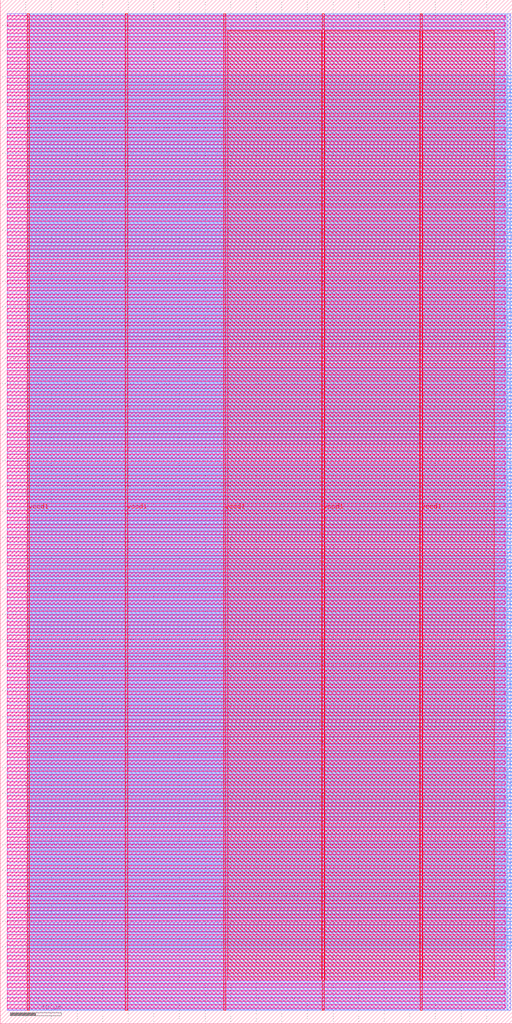
<source format=lef>
VERSION 5.7 ;
  NOWIREEXTENSIONATPIN ON ;
  DIVIDERCHAR "/" ;
  BUSBITCHARS "[]" ;
MACRO core1
  CLASS BLOCK ;
  FOREIGN core1 ;
  ORIGIN 0.000 0.000 ;
  SIZE 400.000 BY 800.000 ;
  PIN dbg_in[0]
    DIRECTION INPUT ;
    USE SIGNAL ;
    PORT
      LAYER met3 ;
        RECT 396.000 106.800 400.000 107.400 ;
    END
  END dbg_in[0]
  PIN dbg_in[1]
    DIRECTION INPUT ;
    USE SIGNAL ;
    PORT
      LAYER met3 ;
        RECT 396.000 147.600 400.000 148.200 ;
    END
  END dbg_in[1]
  PIN dbg_in[2]
    DIRECTION INPUT ;
    USE SIGNAL ;
    PORT
      LAYER met3 ;
        RECT 396.000 188.400 400.000 189.000 ;
    END
  END dbg_in[2]
  PIN dbg_in[3]
    DIRECTION INPUT ;
    USE SIGNAL ;
    PORT
      LAYER met3 ;
        RECT 396.000 226.480 400.000 227.080 ;
    END
  END dbg_in[3]
  PIN dbg_out[0]
    DIRECTION OUTPUT TRISTATE ;
    USE SIGNAL ;
    PORT
      LAYER met3 ;
        RECT 396.000 109.520 400.000 110.120 ;
    END
  END dbg_out[0]
  PIN dbg_out[10]
    DIRECTION OUTPUT TRISTATE ;
    USE SIGNAL ;
    PORT
      LAYER met3 ;
        RECT 396.000 465.840 400.000 466.440 ;
    END
  END dbg_out[10]
  PIN dbg_out[11]
    DIRECTION OUTPUT TRISTATE ;
    USE SIGNAL ;
    PORT
      LAYER met3 ;
        RECT 396.000 495.760 400.000 496.360 ;
    END
  END dbg_out[11]
  PIN dbg_out[12]
    DIRECTION OUTPUT TRISTATE ;
    USE SIGNAL ;
    PORT
      LAYER met3 ;
        RECT 396.000 525.680 400.000 526.280 ;
    END
  END dbg_out[12]
  PIN dbg_out[13]
    DIRECTION OUTPUT TRISTATE ;
    USE SIGNAL ;
    PORT
      LAYER met3 ;
        RECT 396.000 555.600 400.000 556.200 ;
    END
  END dbg_out[13]
  PIN dbg_out[14]
    DIRECTION OUTPUT TRISTATE ;
    USE SIGNAL ;
    PORT
      LAYER met3 ;
        RECT 396.000 585.520 400.000 586.120 ;
    END
  END dbg_out[14]
  PIN dbg_out[15]
    DIRECTION OUTPUT TRISTATE ;
    USE SIGNAL ;
    PORT
      LAYER met3 ;
        RECT 396.000 615.440 400.000 616.040 ;
    END
  END dbg_out[15]
  PIN dbg_out[16]
    DIRECTION OUTPUT TRISTATE ;
    USE SIGNAL ;
    PORT
      LAYER met3 ;
        RECT 396.000 645.360 400.000 645.960 ;
    END
  END dbg_out[16]
  PIN dbg_out[17]
    DIRECTION OUTPUT TRISTATE ;
    USE SIGNAL ;
    PORT
      LAYER met3 ;
        RECT 396.000 650.800 400.000 651.400 ;
    END
  END dbg_out[17]
  PIN dbg_out[18]
    DIRECTION OUTPUT TRISTATE ;
    USE SIGNAL ;
    PORT
      LAYER met3 ;
        RECT 396.000 656.240 400.000 656.840 ;
    END
  END dbg_out[18]
  PIN dbg_out[19]
    DIRECTION OUTPUT TRISTATE ;
    USE SIGNAL ;
    PORT
      LAYER met3 ;
        RECT 396.000 661.680 400.000 662.280 ;
    END
  END dbg_out[19]
  PIN dbg_out[1]
    DIRECTION OUTPUT TRISTATE ;
    USE SIGNAL ;
    PORT
      LAYER met3 ;
        RECT 396.000 150.320 400.000 150.920 ;
    END
  END dbg_out[1]
  PIN dbg_out[20]
    DIRECTION OUTPUT TRISTATE ;
    USE SIGNAL ;
    PORT
      LAYER met3 ;
        RECT 396.000 667.120 400.000 667.720 ;
    END
  END dbg_out[20]
  PIN dbg_out[21]
    DIRECTION OUTPUT TRISTATE ;
    USE SIGNAL ;
    PORT
      LAYER met3 ;
        RECT 396.000 672.560 400.000 673.160 ;
    END
  END dbg_out[21]
  PIN dbg_out[22]
    DIRECTION OUTPUT TRISTATE ;
    USE SIGNAL ;
    PORT
      LAYER met3 ;
        RECT 396.000 678.000 400.000 678.600 ;
    END
  END dbg_out[22]
  PIN dbg_out[23]
    DIRECTION OUTPUT TRISTATE ;
    USE SIGNAL ;
    PORT
      LAYER met3 ;
        RECT 396.000 683.440 400.000 684.040 ;
    END
  END dbg_out[23]
  PIN dbg_out[24]
    DIRECTION OUTPUT TRISTATE ;
    USE SIGNAL ;
    PORT
      LAYER met3 ;
        RECT 396.000 688.880 400.000 689.480 ;
    END
  END dbg_out[24]
  PIN dbg_out[25]
    DIRECTION OUTPUT TRISTATE ;
    USE SIGNAL ;
    PORT
      LAYER met3 ;
        RECT 396.000 694.320 400.000 694.920 ;
    END
  END dbg_out[25]
  PIN dbg_out[26]
    DIRECTION OUTPUT TRISTATE ;
    USE SIGNAL ;
    PORT
      LAYER met3 ;
        RECT 396.000 699.760 400.000 700.360 ;
    END
  END dbg_out[26]
  PIN dbg_out[27]
    DIRECTION OUTPUT TRISTATE ;
    USE SIGNAL ;
    PORT
      LAYER met3 ;
        RECT 396.000 705.200 400.000 705.800 ;
    END
  END dbg_out[27]
  PIN dbg_out[28]
    DIRECTION OUTPUT TRISTATE ;
    USE SIGNAL ;
    PORT
      LAYER met3 ;
        RECT 396.000 710.640 400.000 711.240 ;
    END
  END dbg_out[28]
  PIN dbg_out[29]
    DIRECTION OUTPUT TRISTATE ;
    USE SIGNAL ;
    PORT
      LAYER met3 ;
        RECT 396.000 716.080 400.000 716.680 ;
    END
  END dbg_out[29]
  PIN dbg_out[2]
    DIRECTION OUTPUT TRISTATE ;
    USE SIGNAL ;
    PORT
      LAYER met3 ;
        RECT 396.000 191.120 400.000 191.720 ;
    END
  END dbg_out[2]
  PIN dbg_out[30]
    DIRECTION OUTPUT TRISTATE ;
    USE SIGNAL ;
    PORT
      LAYER met3 ;
        RECT 396.000 721.520 400.000 722.120 ;
    END
  END dbg_out[30]
  PIN dbg_out[31]
    DIRECTION OUTPUT TRISTATE ;
    USE SIGNAL ;
    PORT
      LAYER met3 ;
        RECT 396.000 726.960 400.000 727.560 ;
    END
  END dbg_out[31]
  PIN dbg_out[32]
    DIRECTION OUTPUT TRISTATE ;
    USE SIGNAL ;
    PORT
      LAYER met3 ;
        RECT 396.000 732.400 400.000 733.000 ;
    END
  END dbg_out[32]
  PIN dbg_out[33]
    DIRECTION OUTPUT TRISTATE ;
    USE SIGNAL ;
    PORT
      LAYER met3 ;
        RECT 396.000 735.120 400.000 735.720 ;
    END
  END dbg_out[33]
  PIN dbg_out[34]
    DIRECTION OUTPUT TRISTATE ;
    USE SIGNAL ;
    PORT
      LAYER met3 ;
        RECT 396.000 737.840 400.000 738.440 ;
    END
  END dbg_out[34]
  PIN dbg_out[35]
    DIRECTION OUTPUT TRISTATE ;
    USE SIGNAL ;
    PORT
      LAYER met3 ;
        RECT 396.000 740.560 400.000 741.160 ;
    END
  END dbg_out[35]
  PIN dbg_out[3]
    DIRECTION OUTPUT TRISTATE ;
    USE SIGNAL ;
    PORT
      LAYER met3 ;
        RECT 396.000 229.200 400.000 229.800 ;
    END
  END dbg_out[3]
  PIN dbg_out[4]
    DIRECTION OUTPUT TRISTATE ;
    USE SIGNAL ;
    PORT
      LAYER met3 ;
        RECT 396.000 264.560 400.000 265.160 ;
    END
  END dbg_out[4]
  PIN dbg_out[5]
    DIRECTION OUTPUT TRISTATE ;
    USE SIGNAL ;
    PORT
      LAYER met3 ;
        RECT 396.000 299.920 400.000 300.520 ;
    END
  END dbg_out[5]
  PIN dbg_out[6]
    DIRECTION OUTPUT TRISTATE ;
    USE SIGNAL ;
    PORT
      LAYER met3 ;
        RECT 396.000 335.280 400.000 335.880 ;
    END
  END dbg_out[6]
  PIN dbg_out[7]
    DIRECTION OUTPUT TRISTATE ;
    USE SIGNAL ;
    PORT
      LAYER met3 ;
        RECT 396.000 370.640 400.000 371.240 ;
    END
  END dbg_out[7]
  PIN dbg_out[8]
    DIRECTION OUTPUT TRISTATE ;
    USE SIGNAL ;
    PORT
      LAYER met3 ;
        RECT 396.000 406.000 400.000 406.600 ;
    END
  END dbg_out[8]
  PIN dbg_out[9]
    DIRECTION OUTPUT TRISTATE ;
    USE SIGNAL ;
    PORT
      LAYER met3 ;
        RECT 396.000 435.920 400.000 436.520 ;
    END
  END dbg_out[9]
  PIN dbg_pc[0]
    DIRECTION OUTPUT TRISTATE ;
    USE SIGNAL ;
    PORT
      LAYER met3 ;
        RECT 396.000 112.240 400.000 112.840 ;
    END
  END dbg_pc[0]
  PIN dbg_pc[10]
    DIRECTION OUTPUT TRISTATE ;
    USE SIGNAL ;
    PORT
      LAYER met3 ;
        RECT 396.000 468.560 400.000 469.160 ;
    END
  END dbg_pc[10]
  PIN dbg_pc[11]
    DIRECTION OUTPUT TRISTATE ;
    USE SIGNAL ;
    PORT
      LAYER met3 ;
        RECT 396.000 498.480 400.000 499.080 ;
    END
  END dbg_pc[11]
  PIN dbg_pc[12]
    DIRECTION OUTPUT TRISTATE ;
    USE SIGNAL ;
    PORT
      LAYER met3 ;
        RECT 396.000 528.400 400.000 529.000 ;
    END
  END dbg_pc[12]
  PIN dbg_pc[13]
    DIRECTION OUTPUT TRISTATE ;
    USE SIGNAL ;
    PORT
      LAYER met3 ;
        RECT 396.000 558.320 400.000 558.920 ;
    END
  END dbg_pc[13]
  PIN dbg_pc[14]
    DIRECTION OUTPUT TRISTATE ;
    USE SIGNAL ;
    PORT
      LAYER met3 ;
        RECT 396.000 588.240 400.000 588.840 ;
    END
  END dbg_pc[14]
  PIN dbg_pc[15]
    DIRECTION OUTPUT TRISTATE ;
    USE SIGNAL ;
    PORT
      LAYER met3 ;
        RECT 396.000 618.160 400.000 618.760 ;
    END
  END dbg_pc[15]
  PIN dbg_pc[1]
    DIRECTION OUTPUT TRISTATE ;
    USE SIGNAL ;
    PORT
      LAYER met3 ;
        RECT 396.000 153.040 400.000 153.640 ;
    END
  END dbg_pc[1]
  PIN dbg_pc[2]
    DIRECTION OUTPUT TRISTATE ;
    USE SIGNAL ;
    PORT
      LAYER met3 ;
        RECT 396.000 193.840 400.000 194.440 ;
    END
  END dbg_pc[2]
  PIN dbg_pc[3]
    DIRECTION OUTPUT TRISTATE ;
    USE SIGNAL ;
    PORT
      LAYER met3 ;
        RECT 396.000 231.920 400.000 232.520 ;
    END
  END dbg_pc[3]
  PIN dbg_pc[4]
    DIRECTION OUTPUT TRISTATE ;
    USE SIGNAL ;
    PORT
      LAYER met3 ;
        RECT 396.000 267.280 400.000 267.880 ;
    END
  END dbg_pc[4]
  PIN dbg_pc[5]
    DIRECTION OUTPUT TRISTATE ;
    USE SIGNAL ;
    PORT
      LAYER met3 ;
        RECT 396.000 302.640 400.000 303.240 ;
    END
  END dbg_pc[5]
  PIN dbg_pc[6]
    DIRECTION OUTPUT TRISTATE ;
    USE SIGNAL ;
    PORT
      LAYER met3 ;
        RECT 396.000 338.000 400.000 338.600 ;
    END
  END dbg_pc[6]
  PIN dbg_pc[7]
    DIRECTION OUTPUT TRISTATE ;
    USE SIGNAL ;
    PORT
      LAYER met3 ;
        RECT 396.000 373.360 400.000 373.960 ;
    END
  END dbg_pc[7]
  PIN dbg_pc[8]
    DIRECTION OUTPUT TRISTATE ;
    USE SIGNAL ;
    PORT
      LAYER met3 ;
        RECT 396.000 408.720 400.000 409.320 ;
    END
  END dbg_pc[8]
  PIN dbg_pc[9]
    DIRECTION OUTPUT TRISTATE ;
    USE SIGNAL ;
    PORT
      LAYER met3 ;
        RECT 396.000 438.640 400.000 439.240 ;
    END
  END dbg_pc[9]
  PIN dbg_r0[0]
    DIRECTION OUTPUT TRISTATE ;
    USE SIGNAL ;
    PORT
      LAYER met3 ;
        RECT 396.000 114.960 400.000 115.560 ;
    END
  END dbg_r0[0]
  PIN dbg_r0[10]
    DIRECTION OUTPUT TRISTATE ;
    USE SIGNAL ;
    PORT
      LAYER met3 ;
        RECT 396.000 471.280 400.000 471.880 ;
    END
  END dbg_r0[10]
  PIN dbg_r0[11]
    DIRECTION OUTPUT TRISTATE ;
    USE SIGNAL ;
    PORT
      LAYER met3 ;
        RECT 396.000 501.200 400.000 501.800 ;
    END
  END dbg_r0[11]
  PIN dbg_r0[12]
    DIRECTION OUTPUT TRISTATE ;
    USE SIGNAL ;
    PORT
      LAYER met3 ;
        RECT 396.000 531.120 400.000 531.720 ;
    END
  END dbg_r0[12]
  PIN dbg_r0[13]
    DIRECTION OUTPUT TRISTATE ;
    USE SIGNAL ;
    PORT
      LAYER met3 ;
        RECT 396.000 561.040 400.000 561.640 ;
    END
  END dbg_r0[13]
  PIN dbg_r0[14]
    DIRECTION OUTPUT TRISTATE ;
    USE SIGNAL ;
    PORT
      LAYER met3 ;
        RECT 396.000 590.960 400.000 591.560 ;
    END
  END dbg_r0[14]
  PIN dbg_r0[15]
    DIRECTION OUTPUT TRISTATE ;
    USE SIGNAL ;
    PORT
      LAYER met3 ;
        RECT 396.000 620.880 400.000 621.480 ;
    END
  END dbg_r0[15]
  PIN dbg_r0[1]
    DIRECTION OUTPUT TRISTATE ;
    USE SIGNAL ;
    PORT
      LAYER met3 ;
        RECT 396.000 155.760 400.000 156.360 ;
    END
  END dbg_r0[1]
  PIN dbg_r0[2]
    DIRECTION OUTPUT TRISTATE ;
    USE SIGNAL ;
    PORT
      LAYER met3 ;
        RECT 396.000 196.560 400.000 197.160 ;
    END
  END dbg_r0[2]
  PIN dbg_r0[3]
    DIRECTION OUTPUT TRISTATE ;
    USE SIGNAL ;
    PORT
      LAYER met3 ;
        RECT 396.000 234.640 400.000 235.240 ;
    END
  END dbg_r0[3]
  PIN dbg_r0[4]
    DIRECTION OUTPUT TRISTATE ;
    USE SIGNAL ;
    PORT
      LAYER met3 ;
        RECT 396.000 270.000 400.000 270.600 ;
    END
  END dbg_r0[4]
  PIN dbg_r0[5]
    DIRECTION OUTPUT TRISTATE ;
    USE SIGNAL ;
    PORT
      LAYER met3 ;
        RECT 396.000 305.360 400.000 305.960 ;
    END
  END dbg_r0[5]
  PIN dbg_r0[6]
    DIRECTION OUTPUT TRISTATE ;
    USE SIGNAL ;
    PORT
      LAYER met3 ;
        RECT 396.000 340.720 400.000 341.320 ;
    END
  END dbg_r0[6]
  PIN dbg_r0[7]
    DIRECTION OUTPUT TRISTATE ;
    USE SIGNAL ;
    PORT
      LAYER met3 ;
        RECT 396.000 376.080 400.000 376.680 ;
    END
  END dbg_r0[7]
  PIN dbg_r0[8]
    DIRECTION OUTPUT TRISTATE ;
    USE SIGNAL ;
    PORT
      LAYER met3 ;
        RECT 396.000 411.440 400.000 412.040 ;
    END
  END dbg_r0[8]
  PIN dbg_r0[9]
    DIRECTION OUTPUT TRISTATE ;
    USE SIGNAL ;
    PORT
      LAYER met3 ;
        RECT 396.000 441.360 400.000 441.960 ;
    END
  END dbg_r0[9]
  PIN i_clk
    DIRECTION INPUT ;
    USE SIGNAL ;
    PORT
      LAYER met3 ;
        RECT 396.000 57.840 400.000 58.440 ;
    END
  END i_clk
  PIN i_core_int_sreg[0]
    DIRECTION INPUT ;
    USE SIGNAL ;
    PORT
      LAYER met3 ;
        RECT 396.000 117.680 400.000 118.280 ;
    END
  END i_core_int_sreg[0]
  PIN i_core_int_sreg[10]
    DIRECTION INPUT ;
    USE SIGNAL ;
    PORT
      LAYER met3 ;
        RECT 396.000 474.000 400.000 474.600 ;
    END
  END i_core_int_sreg[10]
  PIN i_core_int_sreg[11]
    DIRECTION INPUT ;
    USE SIGNAL ;
    PORT
      LAYER met3 ;
        RECT 396.000 503.920 400.000 504.520 ;
    END
  END i_core_int_sreg[11]
  PIN i_core_int_sreg[12]
    DIRECTION INPUT ;
    USE SIGNAL ;
    PORT
      LAYER met3 ;
        RECT 396.000 533.840 400.000 534.440 ;
    END
  END i_core_int_sreg[12]
  PIN i_core_int_sreg[13]
    DIRECTION INPUT ;
    USE SIGNAL ;
    PORT
      LAYER met3 ;
        RECT 396.000 563.760 400.000 564.360 ;
    END
  END i_core_int_sreg[13]
  PIN i_core_int_sreg[14]
    DIRECTION INPUT ;
    USE SIGNAL ;
    PORT
      LAYER met3 ;
        RECT 396.000 593.680 400.000 594.280 ;
    END
  END i_core_int_sreg[14]
  PIN i_core_int_sreg[15]
    DIRECTION INPUT ;
    USE SIGNAL ;
    PORT
      LAYER met3 ;
        RECT 396.000 623.600 400.000 624.200 ;
    END
  END i_core_int_sreg[15]
  PIN i_core_int_sreg[1]
    DIRECTION INPUT ;
    USE SIGNAL ;
    PORT
      LAYER met3 ;
        RECT 396.000 158.480 400.000 159.080 ;
    END
  END i_core_int_sreg[1]
  PIN i_core_int_sreg[2]
    DIRECTION INPUT ;
    USE SIGNAL ;
    PORT
      LAYER met3 ;
        RECT 396.000 199.280 400.000 199.880 ;
    END
  END i_core_int_sreg[2]
  PIN i_core_int_sreg[3]
    DIRECTION INPUT ;
    USE SIGNAL ;
    PORT
      LAYER met3 ;
        RECT 396.000 237.360 400.000 237.960 ;
    END
  END i_core_int_sreg[3]
  PIN i_core_int_sreg[4]
    DIRECTION INPUT ;
    USE SIGNAL ;
    PORT
      LAYER met3 ;
        RECT 396.000 272.720 400.000 273.320 ;
    END
  END i_core_int_sreg[4]
  PIN i_core_int_sreg[5]
    DIRECTION INPUT ;
    USE SIGNAL ;
    PORT
      LAYER met3 ;
        RECT 396.000 308.080 400.000 308.680 ;
    END
  END i_core_int_sreg[5]
  PIN i_core_int_sreg[6]
    DIRECTION INPUT ;
    USE SIGNAL ;
    PORT
      LAYER met3 ;
        RECT 396.000 343.440 400.000 344.040 ;
    END
  END i_core_int_sreg[6]
  PIN i_core_int_sreg[7]
    DIRECTION INPUT ;
    USE SIGNAL ;
    PORT
      LAYER met3 ;
        RECT 396.000 378.800 400.000 379.400 ;
    END
  END i_core_int_sreg[7]
  PIN i_core_int_sreg[8]
    DIRECTION INPUT ;
    USE SIGNAL ;
    PORT
      LAYER met3 ;
        RECT 396.000 414.160 400.000 414.760 ;
    END
  END i_core_int_sreg[8]
  PIN i_core_int_sreg[9]
    DIRECTION INPUT ;
    USE SIGNAL ;
    PORT
      LAYER met3 ;
        RECT 396.000 444.080 400.000 444.680 ;
    END
  END i_core_int_sreg[9]
  PIN i_disable
    DIRECTION INPUT ;
    USE SIGNAL ;
    PORT
      LAYER met3 ;
        RECT 396.000 60.560 400.000 61.160 ;
    END
  END i_disable
  PIN i_irq
    DIRECTION INPUT ;
    USE SIGNAL ;
    PORT
      LAYER met3 ;
        RECT 396.000 63.280 400.000 63.880 ;
    END
  END i_irq
  PIN i_mc_core_int
    DIRECTION INPUT ;
    USE SIGNAL ;
    PORT
      LAYER met3 ;
        RECT 396.000 66.000 400.000 66.600 ;
    END
  END i_mc_core_int
  PIN i_mem_ack
    DIRECTION INPUT ;
    USE SIGNAL ;
    PORT
      LAYER met3 ;
        RECT 396.000 68.720 400.000 69.320 ;
    END
  END i_mem_ack
  PIN i_mem_data[0]
    DIRECTION INPUT ;
    USE SIGNAL ;
    PORT
      LAYER met3 ;
        RECT 396.000 120.400 400.000 121.000 ;
    END
  END i_mem_data[0]
  PIN i_mem_data[10]
    DIRECTION INPUT ;
    USE SIGNAL ;
    PORT
      LAYER met3 ;
        RECT 396.000 476.720 400.000 477.320 ;
    END
  END i_mem_data[10]
  PIN i_mem_data[11]
    DIRECTION INPUT ;
    USE SIGNAL ;
    PORT
      LAYER met3 ;
        RECT 396.000 506.640 400.000 507.240 ;
    END
  END i_mem_data[11]
  PIN i_mem_data[12]
    DIRECTION INPUT ;
    USE SIGNAL ;
    PORT
      LAYER met3 ;
        RECT 396.000 536.560 400.000 537.160 ;
    END
  END i_mem_data[12]
  PIN i_mem_data[13]
    DIRECTION INPUT ;
    USE SIGNAL ;
    PORT
      LAYER met3 ;
        RECT 396.000 566.480 400.000 567.080 ;
    END
  END i_mem_data[13]
  PIN i_mem_data[14]
    DIRECTION INPUT ;
    USE SIGNAL ;
    PORT
      LAYER met3 ;
        RECT 396.000 596.400 400.000 597.000 ;
    END
  END i_mem_data[14]
  PIN i_mem_data[15]
    DIRECTION INPUT ;
    USE SIGNAL ;
    PORT
      LAYER met3 ;
        RECT 396.000 626.320 400.000 626.920 ;
    END
  END i_mem_data[15]
  PIN i_mem_data[1]
    DIRECTION INPUT ;
    USE SIGNAL ;
    PORT
      LAYER met3 ;
        RECT 396.000 161.200 400.000 161.800 ;
    END
  END i_mem_data[1]
  PIN i_mem_data[2]
    DIRECTION INPUT ;
    USE SIGNAL ;
    PORT
      LAYER met3 ;
        RECT 396.000 202.000 400.000 202.600 ;
    END
  END i_mem_data[2]
  PIN i_mem_data[3]
    DIRECTION INPUT ;
    USE SIGNAL ;
    PORT
      LAYER met3 ;
        RECT 396.000 240.080 400.000 240.680 ;
    END
  END i_mem_data[3]
  PIN i_mem_data[4]
    DIRECTION INPUT ;
    USE SIGNAL ;
    PORT
      LAYER met3 ;
        RECT 396.000 275.440 400.000 276.040 ;
    END
  END i_mem_data[4]
  PIN i_mem_data[5]
    DIRECTION INPUT ;
    USE SIGNAL ;
    PORT
      LAYER met3 ;
        RECT 396.000 310.800 400.000 311.400 ;
    END
  END i_mem_data[5]
  PIN i_mem_data[6]
    DIRECTION INPUT ;
    USE SIGNAL ;
    PORT
      LAYER met3 ;
        RECT 396.000 346.160 400.000 346.760 ;
    END
  END i_mem_data[6]
  PIN i_mem_data[7]
    DIRECTION INPUT ;
    USE SIGNAL ;
    PORT
      LAYER met3 ;
        RECT 396.000 381.520 400.000 382.120 ;
    END
  END i_mem_data[7]
  PIN i_mem_data[8]
    DIRECTION INPUT ;
    USE SIGNAL ;
    PORT
      LAYER met3 ;
        RECT 396.000 416.880 400.000 417.480 ;
    END
  END i_mem_data[8]
  PIN i_mem_data[9]
    DIRECTION INPUT ;
    USE SIGNAL ;
    PORT
      LAYER met3 ;
        RECT 396.000 446.800 400.000 447.400 ;
    END
  END i_mem_data[9]
  PIN i_mem_exception
    DIRECTION INPUT ;
    USE SIGNAL ;
    PORT
      LAYER met3 ;
        RECT 396.000 71.440 400.000 72.040 ;
    END
  END i_mem_exception
  PIN i_req_data[0]
    DIRECTION INPUT ;
    USE SIGNAL ;
    PORT
      LAYER met3 ;
        RECT 396.000 123.120 400.000 123.720 ;
    END
  END i_req_data[0]
  PIN i_req_data[10]
    DIRECTION INPUT ;
    USE SIGNAL ;
    PORT
      LAYER met3 ;
        RECT 396.000 479.440 400.000 480.040 ;
    END
  END i_req_data[10]
  PIN i_req_data[11]
    DIRECTION INPUT ;
    USE SIGNAL ;
    PORT
      LAYER met3 ;
        RECT 396.000 509.360 400.000 509.960 ;
    END
  END i_req_data[11]
  PIN i_req_data[12]
    DIRECTION INPUT ;
    USE SIGNAL ;
    PORT
      LAYER met3 ;
        RECT 396.000 539.280 400.000 539.880 ;
    END
  END i_req_data[12]
  PIN i_req_data[13]
    DIRECTION INPUT ;
    USE SIGNAL ;
    PORT
      LAYER met3 ;
        RECT 396.000 569.200 400.000 569.800 ;
    END
  END i_req_data[13]
  PIN i_req_data[14]
    DIRECTION INPUT ;
    USE SIGNAL ;
    PORT
      LAYER met3 ;
        RECT 396.000 599.120 400.000 599.720 ;
    END
  END i_req_data[14]
  PIN i_req_data[15]
    DIRECTION INPUT ;
    USE SIGNAL ;
    PORT
      LAYER met3 ;
        RECT 396.000 629.040 400.000 629.640 ;
    END
  END i_req_data[15]
  PIN i_req_data[16]
    DIRECTION INPUT ;
    USE SIGNAL ;
    PORT
      LAYER met3 ;
        RECT 396.000 648.080 400.000 648.680 ;
    END
  END i_req_data[16]
  PIN i_req_data[17]
    DIRECTION INPUT ;
    USE SIGNAL ;
    PORT
      LAYER met3 ;
        RECT 396.000 653.520 400.000 654.120 ;
    END
  END i_req_data[17]
  PIN i_req_data[18]
    DIRECTION INPUT ;
    USE SIGNAL ;
    PORT
      LAYER met3 ;
        RECT 396.000 658.960 400.000 659.560 ;
    END
  END i_req_data[18]
  PIN i_req_data[19]
    DIRECTION INPUT ;
    USE SIGNAL ;
    PORT
      LAYER met3 ;
        RECT 396.000 664.400 400.000 665.000 ;
    END
  END i_req_data[19]
  PIN i_req_data[1]
    DIRECTION INPUT ;
    USE SIGNAL ;
    PORT
      LAYER met3 ;
        RECT 396.000 163.920 400.000 164.520 ;
    END
  END i_req_data[1]
  PIN i_req_data[20]
    DIRECTION INPUT ;
    USE SIGNAL ;
    PORT
      LAYER met3 ;
        RECT 396.000 669.840 400.000 670.440 ;
    END
  END i_req_data[20]
  PIN i_req_data[21]
    DIRECTION INPUT ;
    USE SIGNAL ;
    PORT
      LAYER met3 ;
        RECT 396.000 675.280 400.000 675.880 ;
    END
  END i_req_data[21]
  PIN i_req_data[22]
    DIRECTION INPUT ;
    USE SIGNAL ;
    PORT
      LAYER met3 ;
        RECT 396.000 680.720 400.000 681.320 ;
    END
  END i_req_data[22]
  PIN i_req_data[23]
    DIRECTION INPUT ;
    USE SIGNAL ;
    PORT
      LAYER met3 ;
        RECT 396.000 686.160 400.000 686.760 ;
    END
  END i_req_data[23]
  PIN i_req_data[24]
    DIRECTION INPUT ;
    USE SIGNAL ;
    PORT
      LAYER met3 ;
        RECT 396.000 691.600 400.000 692.200 ;
    END
  END i_req_data[24]
  PIN i_req_data[25]
    DIRECTION INPUT ;
    USE SIGNAL ;
    PORT
      LAYER met3 ;
        RECT 396.000 697.040 400.000 697.640 ;
    END
  END i_req_data[25]
  PIN i_req_data[26]
    DIRECTION INPUT ;
    USE SIGNAL ;
    PORT
      LAYER met3 ;
        RECT 396.000 702.480 400.000 703.080 ;
    END
  END i_req_data[26]
  PIN i_req_data[27]
    DIRECTION INPUT ;
    USE SIGNAL ;
    PORT
      LAYER met3 ;
        RECT 396.000 707.920 400.000 708.520 ;
    END
  END i_req_data[27]
  PIN i_req_data[28]
    DIRECTION INPUT ;
    USE SIGNAL ;
    PORT
      LAYER met3 ;
        RECT 396.000 713.360 400.000 713.960 ;
    END
  END i_req_data[28]
  PIN i_req_data[29]
    DIRECTION INPUT ;
    USE SIGNAL ;
    PORT
      LAYER met3 ;
        RECT 396.000 718.800 400.000 719.400 ;
    END
  END i_req_data[29]
  PIN i_req_data[2]
    DIRECTION INPUT ;
    USE SIGNAL ;
    PORT
      LAYER met3 ;
        RECT 396.000 204.720 400.000 205.320 ;
    END
  END i_req_data[2]
  PIN i_req_data[30]
    DIRECTION INPUT ;
    USE SIGNAL ;
    PORT
      LAYER met3 ;
        RECT 396.000 724.240 400.000 724.840 ;
    END
  END i_req_data[30]
  PIN i_req_data[31]
    DIRECTION INPUT ;
    USE SIGNAL ;
    PORT
      LAYER met3 ;
        RECT 396.000 729.680 400.000 730.280 ;
    END
  END i_req_data[31]
  PIN i_req_data[3]
    DIRECTION INPUT ;
    USE SIGNAL ;
    PORT
      LAYER met3 ;
        RECT 396.000 242.800 400.000 243.400 ;
    END
  END i_req_data[3]
  PIN i_req_data[4]
    DIRECTION INPUT ;
    USE SIGNAL ;
    PORT
      LAYER met3 ;
        RECT 396.000 278.160 400.000 278.760 ;
    END
  END i_req_data[4]
  PIN i_req_data[5]
    DIRECTION INPUT ;
    USE SIGNAL ;
    PORT
      LAYER met3 ;
        RECT 396.000 313.520 400.000 314.120 ;
    END
  END i_req_data[5]
  PIN i_req_data[6]
    DIRECTION INPUT ;
    USE SIGNAL ;
    PORT
      LAYER met3 ;
        RECT 396.000 348.880 400.000 349.480 ;
    END
  END i_req_data[6]
  PIN i_req_data[7]
    DIRECTION INPUT ;
    USE SIGNAL ;
    PORT
      LAYER met3 ;
        RECT 396.000 384.240 400.000 384.840 ;
    END
  END i_req_data[7]
  PIN i_req_data[8]
    DIRECTION INPUT ;
    USE SIGNAL ;
    PORT
      LAYER met3 ;
        RECT 396.000 419.600 400.000 420.200 ;
    END
  END i_req_data[8]
  PIN i_req_data[9]
    DIRECTION INPUT ;
    USE SIGNAL ;
    PORT
      LAYER met3 ;
        RECT 396.000 449.520 400.000 450.120 ;
    END
  END i_req_data[9]
  PIN i_req_data_valid
    DIRECTION INPUT ;
    USE SIGNAL ;
    PORT
      LAYER met3 ;
        RECT 396.000 74.160 400.000 74.760 ;
    END
  END i_req_data_valid
  PIN i_rst
    DIRECTION INPUT ;
    USE SIGNAL ;
    PORT
      LAYER met3 ;
        RECT 396.000 76.880 400.000 77.480 ;
    END
  END i_rst
  PIN o_c_data_page
    DIRECTION OUTPUT TRISTATE ;
    USE SIGNAL ;
    PORT
      LAYER met3 ;
        RECT 396.000 79.600 400.000 80.200 ;
    END
  END o_c_data_page
  PIN o_c_instr_long
    DIRECTION OUTPUT TRISTATE ;
    USE SIGNAL ;
    PORT
      LAYER met3 ;
        RECT 396.000 82.320 400.000 82.920 ;
    END
  END o_c_instr_long
  PIN o_c_instr_page
    DIRECTION OUTPUT TRISTATE ;
    USE SIGNAL ;
    PORT
      LAYER met3 ;
        RECT 396.000 85.040 400.000 85.640 ;
    END
  END o_c_instr_page
  PIN o_icache_flush
    DIRECTION OUTPUT TRISTATE ;
    USE SIGNAL ;
    PORT
      LAYER met3 ;
        RECT 396.000 87.760 400.000 88.360 ;
    END
  END o_icache_flush
  PIN o_instr_long_addr[0]
    DIRECTION OUTPUT TRISTATE ;
    USE SIGNAL ;
    PORT
      LAYER met3 ;
        RECT 396.000 125.840 400.000 126.440 ;
    END
  END o_instr_long_addr[0]
  PIN o_instr_long_addr[1]
    DIRECTION OUTPUT TRISTATE ;
    USE SIGNAL ;
    PORT
      LAYER met3 ;
        RECT 396.000 166.640 400.000 167.240 ;
    END
  END o_instr_long_addr[1]
  PIN o_instr_long_addr[2]
    DIRECTION OUTPUT TRISTATE ;
    USE SIGNAL ;
    PORT
      LAYER met3 ;
        RECT 396.000 207.440 400.000 208.040 ;
    END
  END o_instr_long_addr[2]
  PIN o_instr_long_addr[3]
    DIRECTION OUTPUT TRISTATE ;
    USE SIGNAL ;
    PORT
      LAYER met3 ;
        RECT 396.000 245.520 400.000 246.120 ;
    END
  END o_instr_long_addr[3]
  PIN o_instr_long_addr[4]
    DIRECTION OUTPUT TRISTATE ;
    USE SIGNAL ;
    PORT
      LAYER met3 ;
        RECT 396.000 280.880 400.000 281.480 ;
    END
  END o_instr_long_addr[4]
  PIN o_instr_long_addr[5]
    DIRECTION OUTPUT TRISTATE ;
    USE SIGNAL ;
    PORT
      LAYER met3 ;
        RECT 396.000 316.240 400.000 316.840 ;
    END
  END o_instr_long_addr[5]
  PIN o_instr_long_addr[6]
    DIRECTION OUTPUT TRISTATE ;
    USE SIGNAL ;
    PORT
      LAYER met3 ;
        RECT 396.000 351.600 400.000 352.200 ;
    END
  END o_instr_long_addr[6]
  PIN o_instr_long_addr[7]
    DIRECTION OUTPUT TRISTATE ;
    USE SIGNAL ;
    PORT
      LAYER met3 ;
        RECT 396.000 386.960 400.000 387.560 ;
    END
  END o_instr_long_addr[7]
  PIN o_mem_addr[0]
    DIRECTION OUTPUT TRISTATE ;
    USE SIGNAL ;
    PORT
      LAYER met3 ;
        RECT 396.000 128.560 400.000 129.160 ;
    END
  END o_mem_addr[0]
  PIN o_mem_addr[10]
    DIRECTION OUTPUT TRISTATE ;
    USE SIGNAL ;
    PORT
      LAYER met3 ;
        RECT 396.000 482.160 400.000 482.760 ;
    END
  END o_mem_addr[10]
  PIN o_mem_addr[11]
    DIRECTION OUTPUT TRISTATE ;
    USE SIGNAL ;
    PORT
      LAYER met3 ;
        RECT 396.000 512.080 400.000 512.680 ;
    END
  END o_mem_addr[11]
  PIN o_mem_addr[12]
    DIRECTION OUTPUT TRISTATE ;
    USE SIGNAL ;
    PORT
      LAYER met3 ;
        RECT 396.000 542.000 400.000 542.600 ;
    END
  END o_mem_addr[12]
  PIN o_mem_addr[13]
    DIRECTION OUTPUT TRISTATE ;
    USE SIGNAL ;
    PORT
      LAYER met3 ;
        RECT 396.000 571.920 400.000 572.520 ;
    END
  END o_mem_addr[13]
  PIN o_mem_addr[14]
    DIRECTION OUTPUT TRISTATE ;
    USE SIGNAL ;
    PORT
      LAYER met3 ;
        RECT 396.000 601.840 400.000 602.440 ;
    END
  END o_mem_addr[14]
  PIN o_mem_addr[15]
    DIRECTION OUTPUT TRISTATE ;
    USE SIGNAL ;
    PORT
      LAYER met3 ;
        RECT 396.000 631.760 400.000 632.360 ;
    END
  END o_mem_addr[15]
  PIN o_mem_addr[1]
    DIRECTION OUTPUT TRISTATE ;
    USE SIGNAL ;
    PORT
      LAYER met3 ;
        RECT 396.000 169.360 400.000 169.960 ;
    END
  END o_mem_addr[1]
  PIN o_mem_addr[2]
    DIRECTION OUTPUT TRISTATE ;
    USE SIGNAL ;
    PORT
      LAYER met3 ;
        RECT 396.000 210.160 400.000 210.760 ;
    END
  END o_mem_addr[2]
  PIN o_mem_addr[3]
    DIRECTION OUTPUT TRISTATE ;
    USE SIGNAL ;
    PORT
      LAYER met3 ;
        RECT 396.000 248.240 400.000 248.840 ;
    END
  END o_mem_addr[3]
  PIN o_mem_addr[4]
    DIRECTION OUTPUT TRISTATE ;
    USE SIGNAL ;
    PORT
      LAYER met3 ;
        RECT 396.000 283.600 400.000 284.200 ;
    END
  END o_mem_addr[4]
  PIN o_mem_addr[5]
    DIRECTION OUTPUT TRISTATE ;
    USE SIGNAL ;
    PORT
      LAYER met3 ;
        RECT 396.000 318.960 400.000 319.560 ;
    END
  END o_mem_addr[5]
  PIN o_mem_addr[6]
    DIRECTION OUTPUT TRISTATE ;
    USE SIGNAL ;
    PORT
      LAYER met3 ;
        RECT 396.000 354.320 400.000 354.920 ;
    END
  END o_mem_addr[6]
  PIN o_mem_addr[7]
    DIRECTION OUTPUT TRISTATE ;
    USE SIGNAL ;
    PORT
      LAYER met3 ;
        RECT 396.000 389.680 400.000 390.280 ;
    END
  END o_mem_addr[7]
  PIN o_mem_addr[8]
    DIRECTION OUTPUT TRISTATE ;
    USE SIGNAL ;
    PORT
      LAYER met3 ;
        RECT 396.000 422.320 400.000 422.920 ;
    END
  END o_mem_addr[8]
  PIN o_mem_addr[9]
    DIRECTION OUTPUT TRISTATE ;
    USE SIGNAL ;
    PORT
      LAYER met3 ;
        RECT 396.000 452.240 400.000 452.840 ;
    END
  END o_mem_addr[9]
  PIN o_mem_addr_high[0]
    DIRECTION OUTPUT TRISTATE ;
    USE SIGNAL ;
    PORT
      LAYER met3 ;
        RECT 396.000 131.280 400.000 131.880 ;
    END
  END o_mem_addr_high[0]
  PIN o_mem_addr_high[1]
    DIRECTION OUTPUT TRISTATE ;
    USE SIGNAL ;
    PORT
      LAYER met3 ;
        RECT 396.000 172.080 400.000 172.680 ;
    END
  END o_mem_addr_high[1]
  PIN o_mem_addr_high[2]
    DIRECTION OUTPUT TRISTATE ;
    USE SIGNAL ;
    PORT
      LAYER met3 ;
        RECT 396.000 212.880 400.000 213.480 ;
    END
  END o_mem_addr_high[2]
  PIN o_mem_addr_high[3]
    DIRECTION OUTPUT TRISTATE ;
    USE SIGNAL ;
    PORT
      LAYER met3 ;
        RECT 396.000 250.960 400.000 251.560 ;
    END
  END o_mem_addr_high[3]
  PIN o_mem_addr_high[4]
    DIRECTION OUTPUT TRISTATE ;
    USE SIGNAL ;
    PORT
      LAYER met3 ;
        RECT 396.000 286.320 400.000 286.920 ;
    END
  END o_mem_addr_high[4]
  PIN o_mem_addr_high[5]
    DIRECTION OUTPUT TRISTATE ;
    USE SIGNAL ;
    PORT
      LAYER met3 ;
        RECT 396.000 321.680 400.000 322.280 ;
    END
  END o_mem_addr_high[5]
  PIN o_mem_addr_high[6]
    DIRECTION OUTPUT TRISTATE ;
    USE SIGNAL ;
    PORT
      LAYER met3 ;
        RECT 396.000 357.040 400.000 357.640 ;
    END
  END o_mem_addr_high[6]
  PIN o_mem_addr_high[7]
    DIRECTION OUTPUT TRISTATE ;
    USE SIGNAL ;
    PORT
      LAYER met3 ;
        RECT 396.000 392.400 400.000 393.000 ;
    END
  END o_mem_addr_high[7]
  PIN o_mem_data[0]
    DIRECTION OUTPUT TRISTATE ;
    USE SIGNAL ;
    PORT
      LAYER met3 ;
        RECT 396.000 134.000 400.000 134.600 ;
    END
  END o_mem_data[0]
  PIN o_mem_data[10]
    DIRECTION OUTPUT TRISTATE ;
    USE SIGNAL ;
    PORT
      LAYER met3 ;
        RECT 396.000 484.880 400.000 485.480 ;
    END
  END o_mem_data[10]
  PIN o_mem_data[11]
    DIRECTION OUTPUT TRISTATE ;
    USE SIGNAL ;
    PORT
      LAYER met3 ;
        RECT 396.000 514.800 400.000 515.400 ;
    END
  END o_mem_data[11]
  PIN o_mem_data[12]
    DIRECTION OUTPUT TRISTATE ;
    USE SIGNAL ;
    PORT
      LAYER met3 ;
        RECT 396.000 544.720 400.000 545.320 ;
    END
  END o_mem_data[12]
  PIN o_mem_data[13]
    DIRECTION OUTPUT TRISTATE ;
    USE SIGNAL ;
    PORT
      LAYER met3 ;
        RECT 396.000 574.640 400.000 575.240 ;
    END
  END o_mem_data[13]
  PIN o_mem_data[14]
    DIRECTION OUTPUT TRISTATE ;
    USE SIGNAL ;
    PORT
      LAYER met3 ;
        RECT 396.000 604.560 400.000 605.160 ;
    END
  END o_mem_data[14]
  PIN o_mem_data[15]
    DIRECTION OUTPUT TRISTATE ;
    USE SIGNAL ;
    PORT
      LAYER met3 ;
        RECT 396.000 634.480 400.000 635.080 ;
    END
  END o_mem_data[15]
  PIN o_mem_data[1]
    DIRECTION OUTPUT TRISTATE ;
    USE SIGNAL ;
    PORT
      LAYER met3 ;
        RECT 396.000 174.800 400.000 175.400 ;
    END
  END o_mem_data[1]
  PIN o_mem_data[2]
    DIRECTION OUTPUT TRISTATE ;
    USE SIGNAL ;
    PORT
      LAYER met3 ;
        RECT 396.000 215.600 400.000 216.200 ;
    END
  END o_mem_data[2]
  PIN o_mem_data[3]
    DIRECTION OUTPUT TRISTATE ;
    USE SIGNAL ;
    PORT
      LAYER met3 ;
        RECT 396.000 253.680 400.000 254.280 ;
    END
  END o_mem_data[3]
  PIN o_mem_data[4]
    DIRECTION OUTPUT TRISTATE ;
    USE SIGNAL ;
    PORT
      LAYER met3 ;
        RECT 396.000 289.040 400.000 289.640 ;
    END
  END o_mem_data[4]
  PIN o_mem_data[5]
    DIRECTION OUTPUT TRISTATE ;
    USE SIGNAL ;
    PORT
      LAYER met3 ;
        RECT 396.000 324.400 400.000 325.000 ;
    END
  END o_mem_data[5]
  PIN o_mem_data[6]
    DIRECTION OUTPUT TRISTATE ;
    USE SIGNAL ;
    PORT
      LAYER met3 ;
        RECT 396.000 359.760 400.000 360.360 ;
    END
  END o_mem_data[6]
  PIN o_mem_data[7]
    DIRECTION OUTPUT TRISTATE ;
    USE SIGNAL ;
    PORT
      LAYER met3 ;
        RECT 396.000 395.120 400.000 395.720 ;
    END
  END o_mem_data[7]
  PIN o_mem_data[8]
    DIRECTION OUTPUT TRISTATE ;
    USE SIGNAL ;
    PORT
      LAYER met3 ;
        RECT 396.000 425.040 400.000 425.640 ;
    END
  END o_mem_data[8]
  PIN o_mem_data[9]
    DIRECTION OUTPUT TRISTATE ;
    USE SIGNAL ;
    PORT
      LAYER met3 ;
        RECT 396.000 454.960 400.000 455.560 ;
    END
  END o_mem_data[9]
  PIN o_mem_long
    DIRECTION OUTPUT TRISTATE ;
    USE SIGNAL ;
    PORT
      LAYER met3 ;
        RECT 396.000 90.480 400.000 91.080 ;
    END
  END o_mem_long
  PIN o_mem_req
    DIRECTION OUTPUT TRISTATE ;
    USE SIGNAL ;
    PORT
      LAYER met3 ;
        RECT 396.000 93.200 400.000 93.800 ;
    END
  END o_mem_req
  PIN o_mem_sel[0]
    DIRECTION OUTPUT TRISTATE ;
    USE SIGNAL ;
    PORT
      LAYER met3 ;
        RECT 396.000 136.720 400.000 137.320 ;
    END
  END o_mem_sel[0]
  PIN o_mem_sel[1]
    DIRECTION OUTPUT TRISTATE ;
    USE SIGNAL ;
    PORT
      LAYER met3 ;
        RECT 396.000 177.520 400.000 178.120 ;
    END
  END o_mem_sel[1]
  PIN o_mem_we
    DIRECTION OUTPUT TRISTATE ;
    USE SIGNAL ;
    PORT
      LAYER met3 ;
        RECT 396.000 95.920 400.000 96.520 ;
    END
  END o_mem_we
  PIN o_req_active
    DIRECTION OUTPUT TRISTATE ;
    USE SIGNAL ;
    PORT
      LAYER met3 ;
        RECT 396.000 98.640 400.000 99.240 ;
    END
  END o_req_active
  PIN o_req_addr[0]
    DIRECTION OUTPUT TRISTATE ;
    USE SIGNAL ;
    PORT
      LAYER met3 ;
        RECT 396.000 139.440 400.000 140.040 ;
    END
  END o_req_addr[0]
  PIN o_req_addr[10]
    DIRECTION OUTPUT TRISTATE ;
    USE SIGNAL ;
    PORT
      LAYER met3 ;
        RECT 396.000 487.600 400.000 488.200 ;
    END
  END o_req_addr[10]
  PIN o_req_addr[11]
    DIRECTION OUTPUT TRISTATE ;
    USE SIGNAL ;
    PORT
      LAYER met3 ;
        RECT 396.000 517.520 400.000 518.120 ;
    END
  END o_req_addr[11]
  PIN o_req_addr[12]
    DIRECTION OUTPUT TRISTATE ;
    USE SIGNAL ;
    PORT
      LAYER met3 ;
        RECT 396.000 547.440 400.000 548.040 ;
    END
  END o_req_addr[12]
  PIN o_req_addr[13]
    DIRECTION OUTPUT TRISTATE ;
    USE SIGNAL ;
    PORT
      LAYER met3 ;
        RECT 396.000 577.360 400.000 577.960 ;
    END
  END o_req_addr[13]
  PIN o_req_addr[14]
    DIRECTION OUTPUT TRISTATE ;
    USE SIGNAL ;
    PORT
      LAYER met3 ;
        RECT 396.000 607.280 400.000 607.880 ;
    END
  END o_req_addr[14]
  PIN o_req_addr[15]
    DIRECTION OUTPUT TRISTATE ;
    USE SIGNAL ;
    PORT
      LAYER met3 ;
        RECT 396.000 637.200 400.000 637.800 ;
    END
  END o_req_addr[15]
  PIN o_req_addr[1]
    DIRECTION OUTPUT TRISTATE ;
    USE SIGNAL ;
    PORT
      LAYER met3 ;
        RECT 396.000 180.240 400.000 180.840 ;
    END
  END o_req_addr[1]
  PIN o_req_addr[2]
    DIRECTION OUTPUT TRISTATE ;
    USE SIGNAL ;
    PORT
      LAYER met3 ;
        RECT 396.000 218.320 400.000 218.920 ;
    END
  END o_req_addr[2]
  PIN o_req_addr[3]
    DIRECTION OUTPUT TRISTATE ;
    USE SIGNAL ;
    PORT
      LAYER met3 ;
        RECT 396.000 256.400 400.000 257.000 ;
    END
  END o_req_addr[3]
  PIN o_req_addr[4]
    DIRECTION OUTPUT TRISTATE ;
    USE SIGNAL ;
    PORT
      LAYER met3 ;
        RECT 396.000 291.760 400.000 292.360 ;
    END
  END o_req_addr[4]
  PIN o_req_addr[5]
    DIRECTION OUTPUT TRISTATE ;
    USE SIGNAL ;
    PORT
      LAYER met3 ;
        RECT 396.000 327.120 400.000 327.720 ;
    END
  END o_req_addr[5]
  PIN o_req_addr[6]
    DIRECTION OUTPUT TRISTATE ;
    USE SIGNAL ;
    PORT
      LAYER met3 ;
        RECT 396.000 362.480 400.000 363.080 ;
    END
  END o_req_addr[6]
  PIN o_req_addr[7]
    DIRECTION OUTPUT TRISTATE ;
    USE SIGNAL ;
    PORT
      LAYER met3 ;
        RECT 396.000 397.840 400.000 398.440 ;
    END
  END o_req_addr[7]
  PIN o_req_addr[8]
    DIRECTION OUTPUT TRISTATE ;
    USE SIGNAL ;
    PORT
      LAYER met3 ;
        RECT 396.000 427.760 400.000 428.360 ;
    END
  END o_req_addr[8]
  PIN o_req_addr[9]
    DIRECTION OUTPUT TRISTATE ;
    USE SIGNAL ;
    PORT
      LAYER met3 ;
        RECT 396.000 457.680 400.000 458.280 ;
    END
  END o_req_addr[9]
  PIN o_req_ppl_submit
    DIRECTION OUTPUT TRISTATE ;
    USE SIGNAL ;
    PORT
      LAYER met3 ;
        RECT 396.000 101.360 400.000 101.960 ;
    END
  END o_req_ppl_submit
  PIN sr_bus_addr[0]
    DIRECTION OUTPUT TRISTATE ;
    USE SIGNAL ;
    PORT
      LAYER met3 ;
        RECT 396.000 142.160 400.000 142.760 ;
    END
  END sr_bus_addr[0]
  PIN sr_bus_addr[10]
    DIRECTION OUTPUT TRISTATE ;
    USE SIGNAL ;
    PORT
      LAYER met3 ;
        RECT 396.000 490.320 400.000 490.920 ;
    END
  END sr_bus_addr[10]
  PIN sr_bus_addr[11]
    DIRECTION OUTPUT TRISTATE ;
    USE SIGNAL ;
    PORT
      LAYER met3 ;
        RECT 396.000 520.240 400.000 520.840 ;
    END
  END sr_bus_addr[11]
  PIN sr_bus_addr[12]
    DIRECTION OUTPUT TRISTATE ;
    USE SIGNAL ;
    PORT
      LAYER met3 ;
        RECT 396.000 550.160 400.000 550.760 ;
    END
  END sr_bus_addr[12]
  PIN sr_bus_addr[13]
    DIRECTION OUTPUT TRISTATE ;
    USE SIGNAL ;
    PORT
      LAYER met3 ;
        RECT 396.000 580.080 400.000 580.680 ;
    END
  END sr_bus_addr[13]
  PIN sr_bus_addr[14]
    DIRECTION OUTPUT TRISTATE ;
    USE SIGNAL ;
    PORT
      LAYER met3 ;
        RECT 396.000 610.000 400.000 610.600 ;
    END
  END sr_bus_addr[14]
  PIN sr_bus_addr[15]
    DIRECTION OUTPUT TRISTATE ;
    USE SIGNAL ;
    PORT
      LAYER met3 ;
        RECT 396.000 639.920 400.000 640.520 ;
    END
  END sr_bus_addr[15]
  PIN sr_bus_addr[1]
    DIRECTION OUTPUT TRISTATE ;
    USE SIGNAL ;
    PORT
      LAYER met3 ;
        RECT 396.000 182.960 400.000 183.560 ;
    END
  END sr_bus_addr[1]
  PIN sr_bus_addr[2]
    DIRECTION OUTPUT TRISTATE ;
    USE SIGNAL ;
    PORT
      LAYER met3 ;
        RECT 396.000 221.040 400.000 221.640 ;
    END
  END sr_bus_addr[2]
  PIN sr_bus_addr[3]
    DIRECTION OUTPUT TRISTATE ;
    USE SIGNAL ;
    PORT
      LAYER met3 ;
        RECT 396.000 259.120 400.000 259.720 ;
    END
  END sr_bus_addr[3]
  PIN sr_bus_addr[4]
    DIRECTION OUTPUT TRISTATE ;
    USE SIGNAL ;
    PORT
      LAYER met3 ;
        RECT 396.000 294.480 400.000 295.080 ;
    END
  END sr_bus_addr[4]
  PIN sr_bus_addr[5]
    DIRECTION OUTPUT TRISTATE ;
    USE SIGNAL ;
    PORT
      LAYER met3 ;
        RECT 396.000 329.840 400.000 330.440 ;
    END
  END sr_bus_addr[5]
  PIN sr_bus_addr[6]
    DIRECTION OUTPUT TRISTATE ;
    USE SIGNAL ;
    PORT
      LAYER met3 ;
        RECT 396.000 365.200 400.000 365.800 ;
    END
  END sr_bus_addr[6]
  PIN sr_bus_addr[7]
    DIRECTION OUTPUT TRISTATE ;
    USE SIGNAL ;
    PORT
      LAYER met3 ;
        RECT 396.000 400.560 400.000 401.160 ;
    END
  END sr_bus_addr[7]
  PIN sr_bus_addr[8]
    DIRECTION OUTPUT TRISTATE ;
    USE SIGNAL ;
    PORT
      LAYER met3 ;
        RECT 396.000 430.480 400.000 431.080 ;
    END
  END sr_bus_addr[8]
  PIN sr_bus_addr[9]
    DIRECTION OUTPUT TRISTATE ;
    USE SIGNAL ;
    PORT
      LAYER met3 ;
        RECT 396.000 460.400 400.000 461.000 ;
    END
  END sr_bus_addr[9]
  PIN sr_bus_data_o[0]
    DIRECTION OUTPUT TRISTATE ;
    USE SIGNAL ;
    PORT
      LAYER met3 ;
        RECT 396.000 144.880 400.000 145.480 ;
    END
  END sr_bus_data_o[0]
  PIN sr_bus_data_o[10]
    DIRECTION OUTPUT TRISTATE ;
    USE SIGNAL ;
    PORT
      LAYER met3 ;
        RECT 396.000 493.040 400.000 493.640 ;
    END
  END sr_bus_data_o[10]
  PIN sr_bus_data_o[11]
    DIRECTION OUTPUT TRISTATE ;
    USE SIGNAL ;
    PORT
      LAYER met3 ;
        RECT 396.000 522.960 400.000 523.560 ;
    END
  END sr_bus_data_o[11]
  PIN sr_bus_data_o[12]
    DIRECTION OUTPUT TRISTATE ;
    USE SIGNAL ;
    PORT
      LAYER met3 ;
        RECT 396.000 552.880 400.000 553.480 ;
    END
  END sr_bus_data_o[12]
  PIN sr_bus_data_o[13]
    DIRECTION OUTPUT TRISTATE ;
    USE SIGNAL ;
    PORT
      LAYER met3 ;
        RECT 396.000 582.800 400.000 583.400 ;
    END
  END sr_bus_data_o[13]
  PIN sr_bus_data_o[14]
    DIRECTION OUTPUT TRISTATE ;
    USE SIGNAL ;
    PORT
      LAYER met3 ;
        RECT 396.000 612.720 400.000 613.320 ;
    END
  END sr_bus_data_o[14]
  PIN sr_bus_data_o[15]
    DIRECTION OUTPUT TRISTATE ;
    USE SIGNAL ;
    PORT
      LAYER met3 ;
        RECT 396.000 642.640 400.000 643.240 ;
    END
  END sr_bus_data_o[15]
  PIN sr_bus_data_o[1]
    DIRECTION OUTPUT TRISTATE ;
    USE SIGNAL ;
    PORT
      LAYER met3 ;
        RECT 396.000 185.680 400.000 186.280 ;
    END
  END sr_bus_data_o[1]
  PIN sr_bus_data_o[2]
    DIRECTION OUTPUT TRISTATE ;
    USE SIGNAL ;
    PORT
      LAYER met3 ;
        RECT 396.000 223.760 400.000 224.360 ;
    END
  END sr_bus_data_o[2]
  PIN sr_bus_data_o[3]
    DIRECTION OUTPUT TRISTATE ;
    USE SIGNAL ;
    PORT
      LAYER met3 ;
        RECT 396.000 261.840 400.000 262.440 ;
    END
  END sr_bus_data_o[3]
  PIN sr_bus_data_o[4]
    DIRECTION OUTPUT TRISTATE ;
    USE SIGNAL ;
    PORT
      LAYER met3 ;
        RECT 396.000 297.200 400.000 297.800 ;
    END
  END sr_bus_data_o[4]
  PIN sr_bus_data_o[5]
    DIRECTION OUTPUT TRISTATE ;
    USE SIGNAL ;
    PORT
      LAYER met3 ;
        RECT 396.000 332.560 400.000 333.160 ;
    END
  END sr_bus_data_o[5]
  PIN sr_bus_data_o[6]
    DIRECTION OUTPUT TRISTATE ;
    USE SIGNAL ;
    PORT
      LAYER met3 ;
        RECT 396.000 367.920 400.000 368.520 ;
    END
  END sr_bus_data_o[6]
  PIN sr_bus_data_o[7]
    DIRECTION OUTPUT TRISTATE ;
    USE SIGNAL ;
    PORT
      LAYER met3 ;
        RECT 396.000 403.280 400.000 403.880 ;
    END
  END sr_bus_data_o[7]
  PIN sr_bus_data_o[8]
    DIRECTION OUTPUT TRISTATE ;
    USE SIGNAL ;
    PORT
      LAYER met3 ;
        RECT 396.000 433.200 400.000 433.800 ;
    END
  END sr_bus_data_o[8]
  PIN sr_bus_data_o[9]
    DIRECTION OUTPUT TRISTATE ;
    USE SIGNAL ;
    PORT
      LAYER met3 ;
        RECT 396.000 463.120 400.000 463.720 ;
    END
  END sr_bus_data_o[9]
  PIN sr_bus_we
    DIRECTION OUTPUT TRISTATE ;
    USE SIGNAL ;
    PORT
      LAYER met3 ;
        RECT 396.000 104.080 400.000 104.680 ;
    END
  END sr_bus_we
  PIN vccd1
    DIRECTION INOUT ;
    USE POWER ;
    PORT
      LAYER met4 ;
        RECT 21.040 10.640 22.640 789.040 ;
    END
    PORT
      LAYER met4 ;
        RECT 174.640 10.640 176.240 789.040 ;
    END
    PORT
      LAYER met4 ;
        RECT 328.240 10.640 329.840 789.040 ;
    END
  END vccd1
  PIN vssd1
    DIRECTION INOUT ;
    USE GROUND ;
    PORT
      LAYER met4 ;
        RECT 97.840 10.640 99.440 789.040 ;
    END
    PORT
      LAYER met4 ;
        RECT 251.440 10.640 253.040 789.040 ;
    END
  END vssd1
  OBS
      LAYER nwell ;
        RECT 5.330 784.665 394.410 787.495 ;
        RECT 5.330 779.225 394.410 782.055 ;
        RECT 5.330 773.785 394.410 776.615 ;
        RECT 5.330 768.345 394.410 771.175 ;
        RECT 5.330 762.905 394.410 765.735 ;
        RECT 5.330 757.465 394.410 760.295 ;
        RECT 5.330 752.025 394.410 754.855 ;
        RECT 5.330 746.585 394.410 749.415 ;
        RECT 5.330 741.145 394.410 743.975 ;
        RECT 5.330 735.705 394.410 738.535 ;
        RECT 5.330 730.265 394.410 733.095 ;
        RECT 5.330 724.825 394.410 727.655 ;
        RECT 5.330 719.385 394.410 722.215 ;
        RECT 5.330 713.945 394.410 716.775 ;
        RECT 5.330 708.505 394.410 711.335 ;
        RECT 5.330 703.065 394.410 705.895 ;
        RECT 5.330 697.625 394.410 700.455 ;
        RECT 5.330 692.185 394.410 695.015 ;
        RECT 5.330 686.745 394.410 689.575 ;
        RECT 5.330 681.305 394.410 684.135 ;
        RECT 5.330 675.865 394.410 678.695 ;
        RECT 5.330 670.425 394.410 673.255 ;
        RECT 5.330 664.985 394.410 667.815 ;
        RECT 5.330 659.545 394.410 662.375 ;
        RECT 5.330 654.105 394.410 656.935 ;
        RECT 5.330 648.665 394.410 651.495 ;
        RECT 5.330 643.225 394.410 646.055 ;
        RECT 5.330 637.785 394.410 640.615 ;
        RECT 5.330 632.345 394.410 635.175 ;
        RECT 5.330 626.905 394.410 629.735 ;
        RECT 5.330 621.465 394.410 624.295 ;
        RECT 5.330 616.025 394.410 618.855 ;
        RECT 5.330 610.585 394.410 613.415 ;
        RECT 5.330 605.145 394.410 607.975 ;
        RECT 5.330 599.705 394.410 602.535 ;
        RECT 5.330 594.265 394.410 597.095 ;
        RECT 5.330 588.825 394.410 591.655 ;
        RECT 5.330 583.385 394.410 586.215 ;
        RECT 5.330 577.945 394.410 580.775 ;
        RECT 5.330 572.505 394.410 575.335 ;
        RECT 5.330 567.065 394.410 569.895 ;
        RECT 5.330 561.625 394.410 564.455 ;
        RECT 5.330 556.185 394.410 559.015 ;
        RECT 5.330 550.745 394.410 553.575 ;
        RECT 5.330 545.305 394.410 548.135 ;
        RECT 5.330 539.865 394.410 542.695 ;
        RECT 5.330 534.425 394.410 537.255 ;
        RECT 5.330 528.985 394.410 531.815 ;
        RECT 5.330 523.545 394.410 526.375 ;
        RECT 5.330 518.105 394.410 520.935 ;
        RECT 5.330 512.665 394.410 515.495 ;
        RECT 5.330 507.225 394.410 510.055 ;
        RECT 5.330 501.785 394.410 504.615 ;
        RECT 5.330 496.345 394.410 499.175 ;
        RECT 5.330 490.905 394.410 493.735 ;
        RECT 5.330 485.465 394.410 488.295 ;
        RECT 5.330 480.025 394.410 482.855 ;
        RECT 5.330 474.585 394.410 477.415 ;
        RECT 5.330 469.145 394.410 471.975 ;
        RECT 5.330 463.705 394.410 466.535 ;
        RECT 5.330 458.265 394.410 461.095 ;
        RECT 5.330 452.825 394.410 455.655 ;
        RECT 5.330 447.385 394.410 450.215 ;
        RECT 5.330 441.945 394.410 444.775 ;
        RECT 5.330 436.505 394.410 439.335 ;
        RECT 5.330 431.065 394.410 433.895 ;
        RECT 5.330 425.625 394.410 428.455 ;
        RECT 5.330 420.185 394.410 423.015 ;
        RECT 5.330 414.745 394.410 417.575 ;
        RECT 5.330 409.305 394.410 412.135 ;
        RECT 5.330 403.865 394.410 406.695 ;
        RECT 5.330 398.425 394.410 401.255 ;
        RECT 5.330 392.985 394.410 395.815 ;
        RECT 5.330 387.545 394.410 390.375 ;
        RECT 5.330 382.105 394.410 384.935 ;
        RECT 5.330 376.665 394.410 379.495 ;
        RECT 5.330 371.225 394.410 374.055 ;
        RECT 5.330 365.785 394.410 368.615 ;
        RECT 5.330 360.345 394.410 363.175 ;
        RECT 5.330 354.905 394.410 357.735 ;
        RECT 5.330 349.465 394.410 352.295 ;
        RECT 5.330 344.025 394.410 346.855 ;
        RECT 5.330 338.585 394.410 341.415 ;
        RECT 5.330 333.145 394.410 335.975 ;
        RECT 5.330 327.705 394.410 330.535 ;
        RECT 5.330 322.265 394.410 325.095 ;
        RECT 5.330 316.825 394.410 319.655 ;
        RECT 5.330 311.385 394.410 314.215 ;
        RECT 5.330 305.945 394.410 308.775 ;
        RECT 5.330 300.505 394.410 303.335 ;
        RECT 5.330 295.065 394.410 297.895 ;
        RECT 5.330 289.625 394.410 292.455 ;
        RECT 5.330 284.185 394.410 287.015 ;
        RECT 5.330 278.745 394.410 281.575 ;
        RECT 5.330 273.305 394.410 276.135 ;
        RECT 5.330 267.865 394.410 270.695 ;
        RECT 5.330 262.425 394.410 265.255 ;
        RECT 5.330 256.985 394.410 259.815 ;
        RECT 5.330 251.545 394.410 254.375 ;
        RECT 5.330 246.105 394.410 248.935 ;
        RECT 5.330 240.665 394.410 243.495 ;
        RECT 5.330 235.225 394.410 238.055 ;
        RECT 5.330 229.785 394.410 232.615 ;
        RECT 5.330 224.345 394.410 227.175 ;
        RECT 5.330 218.905 394.410 221.735 ;
        RECT 5.330 213.465 394.410 216.295 ;
        RECT 5.330 208.025 394.410 210.855 ;
        RECT 5.330 202.585 394.410 205.415 ;
        RECT 5.330 197.145 394.410 199.975 ;
        RECT 5.330 191.705 394.410 194.535 ;
        RECT 5.330 186.265 394.410 189.095 ;
        RECT 5.330 180.825 394.410 183.655 ;
        RECT 5.330 175.385 394.410 178.215 ;
        RECT 5.330 169.945 394.410 172.775 ;
        RECT 5.330 164.505 394.410 167.335 ;
        RECT 5.330 159.065 394.410 161.895 ;
        RECT 5.330 153.625 394.410 156.455 ;
        RECT 5.330 148.185 394.410 151.015 ;
        RECT 5.330 142.745 394.410 145.575 ;
        RECT 5.330 137.305 394.410 140.135 ;
        RECT 5.330 131.865 394.410 134.695 ;
        RECT 5.330 126.425 394.410 129.255 ;
        RECT 5.330 120.985 394.410 123.815 ;
        RECT 5.330 115.545 394.410 118.375 ;
        RECT 5.330 110.105 394.410 112.935 ;
        RECT 5.330 104.665 394.410 107.495 ;
        RECT 5.330 99.225 394.410 102.055 ;
        RECT 5.330 93.785 394.410 96.615 ;
        RECT 5.330 88.345 394.410 91.175 ;
        RECT 5.330 82.905 394.410 85.735 ;
        RECT 5.330 77.465 394.410 80.295 ;
        RECT 5.330 72.025 394.410 74.855 ;
        RECT 5.330 66.585 394.410 69.415 ;
        RECT 5.330 61.145 394.410 63.975 ;
        RECT 5.330 55.705 394.410 58.535 ;
        RECT 5.330 50.265 394.410 53.095 ;
        RECT 5.330 44.825 394.410 47.655 ;
        RECT 5.330 39.385 394.410 42.215 ;
        RECT 5.330 33.945 394.410 36.775 ;
        RECT 5.330 28.505 394.410 31.335 ;
        RECT 5.330 23.065 394.410 25.895 ;
        RECT 5.330 17.625 394.410 20.455 ;
        RECT 5.330 12.185 394.410 15.015 ;
      LAYER li1 ;
        RECT 5.520 10.795 394.220 788.885 ;
      LAYER met1 ;
        RECT 5.520 10.640 398.750 789.040 ;
      LAYER met2 ;
        RECT 21.070 10.695 398.720 788.985 ;
      LAYER met3 ;
        RECT 21.050 741.560 396.000 788.965 ;
        RECT 21.050 740.160 395.600 741.560 ;
        RECT 21.050 738.840 396.000 740.160 ;
        RECT 21.050 737.440 395.600 738.840 ;
        RECT 21.050 736.120 396.000 737.440 ;
        RECT 21.050 734.720 395.600 736.120 ;
        RECT 21.050 733.400 396.000 734.720 ;
        RECT 21.050 732.000 395.600 733.400 ;
        RECT 21.050 730.680 396.000 732.000 ;
        RECT 21.050 729.280 395.600 730.680 ;
        RECT 21.050 727.960 396.000 729.280 ;
        RECT 21.050 726.560 395.600 727.960 ;
        RECT 21.050 725.240 396.000 726.560 ;
        RECT 21.050 723.840 395.600 725.240 ;
        RECT 21.050 722.520 396.000 723.840 ;
        RECT 21.050 721.120 395.600 722.520 ;
        RECT 21.050 719.800 396.000 721.120 ;
        RECT 21.050 718.400 395.600 719.800 ;
        RECT 21.050 717.080 396.000 718.400 ;
        RECT 21.050 715.680 395.600 717.080 ;
        RECT 21.050 714.360 396.000 715.680 ;
        RECT 21.050 712.960 395.600 714.360 ;
        RECT 21.050 711.640 396.000 712.960 ;
        RECT 21.050 710.240 395.600 711.640 ;
        RECT 21.050 708.920 396.000 710.240 ;
        RECT 21.050 707.520 395.600 708.920 ;
        RECT 21.050 706.200 396.000 707.520 ;
        RECT 21.050 704.800 395.600 706.200 ;
        RECT 21.050 703.480 396.000 704.800 ;
        RECT 21.050 702.080 395.600 703.480 ;
        RECT 21.050 700.760 396.000 702.080 ;
        RECT 21.050 699.360 395.600 700.760 ;
        RECT 21.050 698.040 396.000 699.360 ;
        RECT 21.050 696.640 395.600 698.040 ;
        RECT 21.050 695.320 396.000 696.640 ;
        RECT 21.050 693.920 395.600 695.320 ;
        RECT 21.050 692.600 396.000 693.920 ;
        RECT 21.050 691.200 395.600 692.600 ;
        RECT 21.050 689.880 396.000 691.200 ;
        RECT 21.050 688.480 395.600 689.880 ;
        RECT 21.050 687.160 396.000 688.480 ;
        RECT 21.050 685.760 395.600 687.160 ;
        RECT 21.050 684.440 396.000 685.760 ;
        RECT 21.050 683.040 395.600 684.440 ;
        RECT 21.050 681.720 396.000 683.040 ;
        RECT 21.050 680.320 395.600 681.720 ;
        RECT 21.050 679.000 396.000 680.320 ;
        RECT 21.050 677.600 395.600 679.000 ;
        RECT 21.050 676.280 396.000 677.600 ;
        RECT 21.050 674.880 395.600 676.280 ;
        RECT 21.050 673.560 396.000 674.880 ;
        RECT 21.050 672.160 395.600 673.560 ;
        RECT 21.050 670.840 396.000 672.160 ;
        RECT 21.050 669.440 395.600 670.840 ;
        RECT 21.050 668.120 396.000 669.440 ;
        RECT 21.050 666.720 395.600 668.120 ;
        RECT 21.050 665.400 396.000 666.720 ;
        RECT 21.050 664.000 395.600 665.400 ;
        RECT 21.050 662.680 396.000 664.000 ;
        RECT 21.050 661.280 395.600 662.680 ;
        RECT 21.050 659.960 396.000 661.280 ;
        RECT 21.050 658.560 395.600 659.960 ;
        RECT 21.050 657.240 396.000 658.560 ;
        RECT 21.050 655.840 395.600 657.240 ;
        RECT 21.050 654.520 396.000 655.840 ;
        RECT 21.050 653.120 395.600 654.520 ;
        RECT 21.050 651.800 396.000 653.120 ;
        RECT 21.050 650.400 395.600 651.800 ;
        RECT 21.050 649.080 396.000 650.400 ;
        RECT 21.050 647.680 395.600 649.080 ;
        RECT 21.050 646.360 396.000 647.680 ;
        RECT 21.050 644.960 395.600 646.360 ;
        RECT 21.050 643.640 396.000 644.960 ;
        RECT 21.050 642.240 395.600 643.640 ;
        RECT 21.050 640.920 396.000 642.240 ;
        RECT 21.050 639.520 395.600 640.920 ;
        RECT 21.050 638.200 396.000 639.520 ;
        RECT 21.050 636.800 395.600 638.200 ;
        RECT 21.050 635.480 396.000 636.800 ;
        RECT 21.050 634.080 395.600 635.480 ;
        RECT 21.050 632.760 396.000 634.080 ;
        RECT 21.050 631.360 395.600 632.760 ;
        RECT 21.050 630.040 396.000 631.360 ;
        RECT 21.050 628.640 395.600 630.040 ;
        RECT 21.050 627.320 396.000 628.640 ;
        RECT 21.050 625.920 395.600 627.320 ;
        RECT 21.050 624.600 396.000 625.920 ;
        RECT 21.050 623.200 395.600 624.600 ;
        RECT 21.050 621.880 396.000 623.200 ;
        RECT 21.050 620.480 395.600 621.880 ;
        RECT 21.050 619.160 396.000 620.480 ;
        RECT 21.050 617.760 395.600 619.160 ;
        RECT 21.050 616.440 396.000 617.760 ;
        RECT 21.050 615.040 395.600 616.440 ;
        RECT 21.050 613.720 396.000 615.040 ;
        RECT 21.050 612.320 395.600 613.720 ;
        RECT 21.050 611.000 396.000 612.320 ;
        RECT 21.050 609.600 395.600 611.000 ;
        RECT 21.050 608.280 396.000 609.600 ;
        RECT 21.050 606.880 395.600 608.280 ;
        RECT 21.050 605.560 396.000 606.880 ;
        RECT 21.050 604.160 395.600 605.560 ;
        RECT 21.050 602.840 396.000 604.160 ;
        RECT 21.050 601.440 395.600 602.840 ;
        RECT 21.050 600.120 396.000 601.440 ;
        RECT 21.050 598.720 395.600 600.120 ;
        RECT 21.050 597.400 396.000 598.720 ;
        RECT 21.050 596.000 395.600 597.400 ;
        RECT 21.050 594.680 396.000 596.000 ;
        RECT 21.050 593.280 395.600 594.680 ;
        RECT 21.050 591.960 396.000 593.280 ;
        RECT 21.050 590.560 395.600 591.960 ;
        RECT 21.050 589.240 396.000 590.560 ;
        RECT 21.050 587.840 395.600 589.240 ;
        RECT 21.050 586.520 396.000 587.840 ;
        RECT 21.050 585.120 395.600 586.520 ;
        RECT 21.050 583.800 396.000 585.120 ;
        RECT 21.050 582.400 395.600 583.800 ;
        RECT 21.050 581.080 396.000 582.400 ;
        RECT 21.050 579.680 395.600 581.080 ;
        RECT 21.050 578.360 396.000 579.680 ;
        RECT 21.050 576.960 395.600 578.360 ;
        RECT 21.050 575.640 396.000 576.960 ;
        RECT 21.050 574.240 395.600 575.640 ;
        RECT 21.050 572.920 396.000 574.240 ;
        RECT 21.050 571.520 395.600 572.920 ;
        RECT 21.050 570.200 396.000 571.520 ;
        RECT 21.050 568.800 395.600 570.200 ;
        RECT 21.050 567.480 396.000 568.800 ;
        RECT 21.050 566.080 395.600 567.480 ;
        RECT 21.050 564.760 396.000 566.080 ;
        RECT 21.050 563.360 395.600 564.760 ;
        RECT 21.050 562.040 396.000 563.360 ;
        RECT 21.050 560.640 395.600 562.040 ;
        RECT 21.050 559.320 396.000 560.640 ;
        RECT 21.050 557.920 395.600 559.320 ;
        RECT 21.050 556.600 396.000 557.920 ;
        RECT 21.050 555.200 395.600 556.600 ;
        RECT 21.050 553.880 396.000 555.200 ;
        RECT 21.050 552.480 395.600 553.880 ;
        RECT 21.050 551.160 396.000 552.480 ;
        RECT 21.050 549.760 395.600 551.160 ;
        RECT 21.050 548.440 396.000 549.760 ;
        RECT 21.050 547.040 395.600 548.440 ;
        RECT 21.050 545.720 396.000 547.040 ;
        RECT 21.050 544.320 395.600 545.720 ;
        RECT 21.050 543.000 396.000 544.320 ;
        RECT 21.050 541.600 395.600 543.000 ;
        RECT 21.050 540.280 396.000 541.600 ;
        RECT 21.050 538.880 395.600 540.280 ;
        RECT 21.050 537.560 396.000 538.880 ;
        RECT 21.050 536.160 395.600 537.560 ;
        RECT 21.050 534.840 396.000 536.160 ;
        RECT 21.050 533.440 395.600 534.840 ;
        RECT 21.050 532.120 396.000 533.440 ;
        RECT 21.050 530.720 395.600 532.120 ;
        RECT 21.050 529.400 396.000 530.720 ;
        RECT 21.050 528.000 395.600 529.400 ;
        RECT 21.050 526.680 396.000 528.000 ;
        RECT 21.050 525.280 395.600 526.680 ;
        RECT 21.050 523.960 396.000 525.280 ;
        RECT 21.050 522.560 395.600 523.960 ;
        RECT 21.050 521.240 396.000 522.560 ;
        RECT 21.050 519.840 395.600 521.240 ;
        RECT 21.050 518.520 396.000 519.840 ;
        RECT 21.050 517.120 395.600 518.520 ;
        RECT 21.050 515.800 396.000 517.120 ;
        RECT 21.050 514.400 395.600 515.800 ;
        RECT 21.050 513.080 396.000 514.400 ;
        RECT 21.050 511.680 395.600 513.080 ;
        RECT 21.050 510.360 396.000 511.680 ;
        RECT 21.050 508.960 395.600 510.360 ;
        RECT 21.050 507.640 396.000 508.960 ;
        RECT 21.050 506.240 395.600 507.640 ;
        RECT 21.050 504.920 396.000 506.240 ;
        RECT 21.050 503.520 395.600 504.920 ;
        RECT 21.050 502.200 396.000 503.520 ;
        RECT 21.050 500.800 395.600 502.200 ;
        RECT 21.050 499.480 396.000 500.800 ;
        RECT 21.050 498.080 395.600 499.480 ;
        RECT 21.050 496.760 396.000 498.080 ;
        RECT 21.050 495.360 395.600 496.760 ;
        RECT 21.050 494.040 396.000 495.360 ;
        RECT 21.050 492.640 395.600 494.040 ;
        RECT 21.050 491.320 396.000 492.640 ;
        RECT 21.050 489.920 395.600 491.320 ;
        RECT 21.050 488.600 396.000 489.920 ;
        RECT 21.050 487.200 395.600 488.600 ;
        RECT 21.050 485.880 396.000 487.200 ;
        RECT 21.050 484.480 395.600 485.880 ;
        RECT 21.050 483.160 396.000 484.480 ;
        RECT 21.050 481.760 395.600 483.160 ;
        RECT 21.050 480.440 396.000 481.760 ;
        RECT 21.050 479.040 395.600 480.440 ;
        RECT 21.050 477.720 396.000 479.040 ;
        RECT 21.050 476.320 395.600 477.720 ;
        RECT 21.050 475.000 396.000 476.320 ;
        RECT 21.050 473.600 395.600 475.000 ;
        RECT 21.050 472.280 396.000 473.600 ;
        RECT 21.050 470.880 395.600 472.280 ;
        RECT 21.050 469.560 396.000 470.880 ;
        RECT 21.050 468.160 395.600 469.560 ;
        RECT 21.050 466.840 396.000 468.160 ;
        RECT 21.050 465.440 395.600 466.840 ;
        RECT 21.050 464.120 396.000 465.440 ;
        RECT 21.050 462.720 395.600 464.120 ;
        RECT 21.050 461.400 396.000 462.720 ;
        RECT 21.050 460.000 395.600 461.400 ;
        RECT 21.050 458.680 396.000 460.000 ;
        RECT 21.050 457.280 395.600 458.680 ;
        RECT 21.050 455.960 396.000 457.280 ;
        RECT 21.050 454.560 395.600 455.960 ;
        RECT 21.050 453.240 396.000 454.560 ;
        RECT 21.050 451.840 395.600 453.240 ;
        RECT 21.050 450.520 396.000 451.840 ;
        RECT 21.050 449.120 395.600 450.520 ;
        RECT 21.050 447.800 396.000 449.120 ;
        RECT 21.050 446.400 395.600 447.800 ;
        RECT 21.050 445.080 396.000 446.400 ;
        RECT 21.050 443.680 395.600 445.080 ;
        RECT 21.050 442.360 396.000 443.680 ;
        RECT 21.050 440.960 395.600 442.360 ;
        RECT 21.050 439.640 396.000 440.960 ;
        RECT 21.050 438.240 395.600 439.640 ;
        RECT 21.050 436.920 396.000 438.240 ;
        RECT 21.050 435.520 395.600 436.920 ;
        RECT 21.050 434.200 396.000 435.520 ;
        RECT 21.050 432.800 395.600 434.200 ;
        RECT 21.050 431.480 396.000 432.800 ;
        RECT 21.050 430.080 395.600 431.480 ;
        RECT 21.050 428.760 396.000 430.080 ;
        RECT 21.050 427.360 395.600 428.760 ;
        RECT 21.050 426.040 396.000 427.360 ;
        RECT 21.050 424.640 395.600 426.040 ;
        RECT 21.050 423.320 396.000 424.640 ;
        RECT 21.050 421.920 395.600 423.320 ;
        RECT 21.050 420.600 396.000 421.920 ;
        RECT 21.050 419.200 395.600 420.600 ;
        RECT 21.050 417.880 396.000 419.200 ;
        RECT 21.050 416.480 395.600 417.880 ;
        RECT 21.050 415.160 396.000 416.480 ;
        RECT 21.050 413.760 395.600 415.160 ;
        RECT 21.050 412.440 396.000 413.760 ;
        RECT 21.050 411.040 395.600 412.440 ;
        RECT 21.050 409.720 396.000 411.040 ;
        RECT 21.050 408.320 395.600 409.720 ;
        RECT 21.050 407.000 396.000 408.320 ;
        RECT 21.050 405.600 395.600 407.000 ;
        RECT 21.050 404.280 396.000 405.600 ;
        RECT 21.050 402.880 395.600 404.280 ;
        RECT 21.050 401.560 396.000 402.880 ;
        RECT 21.050 400.160 395.600 401.560 ;
        RECT 21.050 398.840 396.000 400.160 ;
        RECT 21.050 397.440 395.600 398.840 ;
        RECT 21.050 396.120 396.000 397.440 ;
        RECT 21.050 394.720 395.600 396.120 ;
        RECT 21.050 393.400 396.000 394.720 ;
        RECT 21.050 392.000 395.600 393.400 ;
        RECT 21.050 390.680 396.000 392.000 ;
        RECT 21.050 389.280 395.600 390.680 ;
        RECT 21.050 387.960 396.000 389.280 ;
        RECT 21.050 386.560 395.600 387.960 ;
        RECT 21.050 385.240 396.000 386.560 ;
        RECT 21.050 383.840 395.600 385.240 ;
        RECT 21.050 382.520 396.000 383.840 ;
        RECT 21.050 381.120 395.600 382.520 ;
        RECT 21.050 379.800 396.000 381.120 ;
        RECT 21.050 378.400 395.600 379.800 ;
        RECT 21.050 377.080 396.000 378.400 ;
        RECT 21.050 375.680 395.600 377.080 ;
        RECT 21.050 374.360 396.000 375.680 ;
        RECT 21.050 372.960 395.600 374.360 ;
        RECT 21.050 371.640 396.000 372.960 ;
        RECT 21.050 370.240 395.600 371.640 ;
        RECT 21.050 368.920 396.000 370.240 ;
        RECT 21.050 367.520 395.600 368.920 ;
        RECT 21.050 366.200 396.000 367.520 ;
        RECT 21.050 364.800 395.600 366.200 ;
        RECT 21.050 363.480 396.000 364.800 ;
        RECT 21.050 362.080 395.600 363.480 ;
        RECT 21.050 360.760 396.000 362.080 ;
        RECT 21.050 359.360 395.600 360.760 ;
        RECT 21.050 358.040 396.000 359.360 ;
        RECT 21.050 356.640 395.600 358.040 ;
        RECT 21.050 355.320 396.000 356.640 ;
        RECT 21.050 353.920 395.600 355.320 ;
        RECT 21.050 352.600 396.000 353.920 ;
        RECT 21.050 351.200 395.600 352.600 ;
        RECT 21.050 349.880 396.000 351.200 ;
        RECT 21.050 348.480 395.600 349.880 ;
        RECT 21.050 347.160 396.000 348.480 ;
        RECT 21.050 345.760 395.600 347.160 ;
        RECT 21.050 344.440 396.000 345.760 ;
        RECT 21.050 343.040 395.600 344.440 ;
        RECT 21.050 341.720 396.000 343.040 ;
        RECT 21.050 340.320 395.600 341.720 ;
        RECT 21.050 339.000 396.000 340.320 ;
        RECT 21.050 337.600 395.600 339.000 ;
        RECT 21.050 336.280 396.000 337.600 ;
        RECT 21.050 334.880 395.600 336.280 ;
        RECT 21.050 333.560 396.000 334.880 ;
        RECT 21.050 332.160 395.600 333.560 ;
        RECT 21.050 330.840 396.000 332.160 ;
        RECT 21.050 329.440 395.600 330.840 ;
        RECT 21.050 328.120 396.000 329.440 ;
        RECT 21.050 326.720 395.600 328.120 ;
        RECT 21.050 325.400 396.000 326.720 ;
        RECT 21.050 324.000 395.600 325.400 ;
        RECT 21.050 322.680 396.000 324.000 ;
        RECT 21.050 321.280 395.600 322.680 ;
        RECT 21.050 319.960 396.000 321.280 ;
        RECT 21.050 318.560 395.600 319.960 ;
        RECT 21.050 317.240 396.000 318.560 ;
        RECT 21.050 315.840 395.600 317.240 ;
        RECT 21.050 314.520 396.000 315.840 ;
        RECT 21.050 313.120 395.600 314.520 ;
        RECT 21.050 311.800 396.000 313.120 ;
        RECT 21.050 310.400 395.600 311.800 ;
        RECT 21.050 309.080 396.000 310.400 ;
        RECT 21.050 307.680 395.600 309.080 ;
        RECT 21.050 306.360 396.000 307.680 ;
        RECT 21.050 304.960 395.600 306.360 ;
        RECT 21.050 303.640 396.000 304.960 ;
        RECT 21.050 302.240 395.600 303.640 ;
        RECT 21.050 300.920 396.000 302.240 ;
        RECT 21.050 299.520 395.600 300.920 ;
        RECT 21.050 298.200 396.000 299.520 ;
        RECT 21.050 296.800 395.600 298.200 ;
        RECT 21.050 295.480 396.000 296.800 ;
        RECT 21.050 294.080 395.600 295.480 ;
        RECT 21.050 292.760 396.000 294.080 ;
        RECT 21.050 291.360 395.600 292.760 ;
        RECT 21.050 290.040 396.000 291.360 ;
        RECT 21.050 288.640 395.600 290.040 ;
        RECT 21.050 287.320 396.000 288.640 ;
        RECT 21.050 285.920 395.600 287.320 ;
        RECT 21.050 284.600 396.000 285.920 ;
        RECT 21.050 283.200 395.600 284.600 ;
        RECT 21.050 281.880 396.000 283.200 ;
        RECT 21.050 280.480 395.600 281.880 ;
        RECT 21.050 279.160 396.000 280.480 ;
        RECT 21.050 277.760 395.600 279.160 ;
        RECT 21.050 276.440 396.000 277.760 ;
        RECT 21.050 275.040 395.600 276.440 ;
        RECT 21.050 273.720 396.000 275.040 ;
        RECT 21.050 272.320 395.600 273.720 ;
        RECT 21.050 271.000 396.000 272.320 ;
        RECT 21.050 269.600 395.600 271.000 ;
        RECT 21.050 268.280 396.000 269.600 ;
        RECT 21.050 266.880 395.600 268.280 ;
        RECT 21.050 265.560 396.000 266.880 ;
        RECT 21.050 264.160 395.600 265.560 ;
        RECT 21.050 262.840 396.000 264.160 ;
        RECT 21.050 261.440 395.600 262.840 ;
        RECT 21.050 260.120 396.000 261.440 ;
        RECT 21.050 258.720 395.600 260.120 ;
        RECT 21.050 257.400 396.000 258.720 ;
        RECT 21.050 256.000 395.600 257.400 ;
        RECT 21.050 254.680 396.000 256.000 ;
        RECT 21.050 253.280 395.600 254.680 ;
        RECT 21.050 251.960 396.000 253.280 ;
        RECT 21.050 250.560 395.600 251.960 ;
        RECT 21.050 249.240 396.000 250.560 ;
        RECT 21.050 247.840 395.600 249.240 ;
        RECT 21.050 246.520 396.000 247.840 ;
        RECT 21.050 245.120 395.600 246.520 ;
        RECT 21.050 243.800 396.000 245.120 ;
        RECT 21.050 242.400 395.600 243.800 ;
        RECT 21.050 241.080 396.000 242.400 ;
        RECT 21.050 239.680 395.600 241.080 ;
        RECT 21.050 238.360 396.000 239.680 ;
        RECT 21.050 236.960 395.600 238.360 ;
        RECT 21.050 235.640 396.000 236.960 ;
        RECT 21.050 234.240 395.600 235.640 ;
        RECT 21.050 232.920 396.000 234.240 ;
        RECT 21.050 231.520 395.600 232.920 ;
        RECT 21.050 230.200 396.000 231.520 ;
        RECT 21.050 228.800 395.600 230.200 ;
        RECT 21.050 227.480 396.000 228.800 ;
        RECT 21.050 226.080 395.600 227.480 ;
        RECT 21.050 224.760 396.000 226.080 ;
        RECT 21.050 223.360 395.600 224.760 ;
        RECT 21.050 222.040 396.000 223.360 ;
        RECT 21.050 220.640 395.600 222.040 ;
        RECT 21.050 219.320 396.000 220.640 ;
        RECT 21.050 217.920 395.600 219.320 ;
        RECT 21.050 216.600 396.000 217.920 ;
        RECT 21.050 215.200 395.600 216.600 ;
        RECT 21.050 213.880 396.000 215.200 ;
        RECT 21.050 212.480 395.600 213.880 ;
        RECT 21.050 211.160 396.000 212.480 ;
        RECT 21.050 209.760 395.600 211.160 ;
        RECT 21.050 208.440 396.000 209.760 ;
        RECT 21.050 207.040 395.600 208.440 ;
        RECT 21.050 205.720 396.000 207.040 ;
        RECT 21.050 204.320 395.600 205.720 ;
        RECT 21.050 203.000 396.000 204.320 ;
        RECT 21.050 201.600 395.600 203.000 ;
        RECT 21.050 200.280 396.000 201.600 ;
        RECT 21.050 198.880 395.600 200.280 ;
        RECT 21.050 197.560 396.000 198.880 ;
        RECT 21.050 196.160 395.600 197.560 ;
        RECT 21.050 194.840 396.000 196.160 ;
        RECT 21.050 193.440 395.600 194.840 ;
        RECT 21.050 192.120 396.000 193.440 ;
        RECT 21.050 190.720 395.600 192.120 ;
        RECT 21.050 189.400 396.000 190.720 ;
        RECT 21.050 188.000 395.600 189.400 ;
        RECT 21.050 186.680 396.000 188.000 ;
        RECT 21.050 185.280 395.600 186.680 ;
        RECT 21.050 183.960 396.000 185.280 ;
        RECT 21.050 182.560 395.600 183.960 ;
        RECT 21.050 181.240 396.000 182.560 ;
        RECT 21.050 179.840 395.600 181.240 ;
        RECT 21.050 178.520 396.000 179.840 ;
        RECT 21.050 177.120 395.600 178.520 ;
        RECT 21.050 175.800 396.000 177.120 ;
        RECT 21.050 174.400 395.600 175.800 ;
        RECT 21.050 173.080 396.000 174.400 ;
        RECT 21.050 171.680 395.600 173.080 ;
        RECT 21.050 170.360 396.000 171.680 ;
        RECT 21.050 168.960 395.600 170.360 ;
        RECT 21.050 167.640 396.000 168.960 ;
        RECT 21.050 166.240 395.600 167.640 ;
        RECT 21.050 164.920 396.000 166.240 ;
        RECT 21.050 163.520 395.600 164.920 ;
        RECT 21.050 162.200 396.000 163.520 ;
        RECT 21.050 160.800 395.600 162.200 ;
        RECT 21.050 159.480 396.000 160.800 ;
        RECT 21.050 158.080 395.600 159.480 ;
        RECT 21.050 156.760 396.000 158.080 ;
        RECT 21.050 155.360 395.600 156.760 ;
        RECT 21.050 154.040 396.000 155.360 ;
        RECT 21.050 152.640 395.600 154.040 ;
        RECT 21.050 151.320 396.000 152.640 ;
        RECT 21.050 149.920 395.600 151.320 ;
        RECT 21.050 148.600 396.000 149.920 ;
        RECT 21.050 147.200 395.600 148.600 ;
        RECT 21.050 145.880 396.000 147.200 ;
        RECT 21.050 144.480 395.600 145.880 ;
        RECT 21.050 143.160 396.000 144.480 ;
        RECT 21.050 141.760 395.600 143.160 ;
        RECT 21.050 140.440 396.000 141.760 ;
        RECT 21.050 139.040 395.600 140.440 ;
        RECT 21.050 137.720 396.000 139.040 ;
        RECT 21.050 136.320 395.600 137.720 ;
        RECT 21.050 135.000 396.000 136.320 ;
        RECT 21.050 133.600 395.600 135.000 ;
        RECT 21.050 132.280 396.000 133.600 ;
        RECT 21.050 130.880 395.600 132.280 ;
        RECT 21.050 129.560 396.000 130.880 ;
        RECT 21.050 128.160 395.600 129.560 ;
        RECT 21.050 126.840 396.000 128.160 ;
        RECT 21.050 125.440 395.600 126.840 ;
        RECT 21.050 124.120 396.000 125.440 ;
        RECT 21.050 122.720 395.600 124.120 ;
        RECT 21.050 121.400 396.000 122.720 ;
        RECT 21.050 120.000 395.600 121.400 ;
        RECT 21.050 118.680 396.000 120.000 ;
        RECT 21.050 117.280 395.600 118.680 ;
        RECT 21.050 115.960 396.000 117.280 ;
        RECT 21.050 114.560 395.600 115.960 ;
        RECT 21.050 113.240 396.000 114.560 ;
        RECT 21.050 111.840 395.600 113.240 ;
        RECT 21.050 110.520 396.000 111.840 ;
        RECT 21.050 109.120 395.600 110.520 ;
        RECT 21.050 107.800 396.000 109.120 ;
        RECT 21.050 106.400 395.600 107.800 ;
        RECT 21.050 105.080 396.000 106.400 ;
        RECT 21.050 103.680 395.600 105.080 ;
        RECT 21.050 102.360 396.000 103.680 ;
        RECT 21.050 100.960 395.600 102.360 ;
        RECT 21.050 99.640 396.000 100.960 ;
        RECT 21.050 98.240 395.600 99.640 ;
        RECT 21.050 96.920 396.000 98.240 ;
        RECT 21.050 95.520 395.600 96.920 ;
        RECT 21.050 94.200 396.000 95.520 ;
        RECT 21.050 92.800 395.600 94.200 ;
        RECT 21.050 91.480 396.000 92.800 ;
        RECT 21.050 90.080 395.600 91.480 ;
        RECT 21.050 88.760 396.000 90.080 ;
        RECT 21.050 87.360 395.600 88.760 ;
        RECT 21.050 86.040 396.000 87.360 ;
        RECT 21.050 84.640 395.600 86.040 ;
        RECT 21.050 83.320 396.000 84.640 ;
        RECT 21.050 81.920 395.600 83.320 ;
        RECT 21.050 80.600 396.000 81.920 ;
        RECT 21.050 79.200 395.600 80.600 ;
        RECT 21.050 77.880 396.000 79.200 ;
        RECT 21.050 76.480 395.600 77.880 ;
        RECT 21.050 75.160 396.000 76.480 ;
        RECT 21.050 73.760 395.600 75.160 ;
        RECT 21.050 72.440 396.000 73.760 ;
        RECT 21.050 71.040 395.600 72.440 ;
        RECT 21.050 69.720 396.000 71.040 ;
        RECT 21.050 68.320 395.600 69.720 ;
        RECT 21.050 67.000 396.000 68.320 ;
        RECT 21.050 65.600 395.600 67.000 ;
        RECT 21.050 64.280 396.000 65.600 ;
        RECT 21.050 62.880 395.600 64.280 ;
        RECT 21.050 61.560 396.000 62.880 ;
        RECT 21.050 60.160 395.600 61.560 ;
        RECT 21.050 58.840 396.000 60.160 ;
        RECT 21.050 57.440 395.600 58.840 ;
        RECT 21.050 10.715 396.000 57.440 ;
      LAYER met4 ;
        RECT 177.855 34.175 251.040 775.705 ;
        RECT 253.440 34.175 327.840 775.705 ;
        RECT 330.240 34.175 386.105 775.705 ;
  END
END core1
END LIBRARY


</source>
